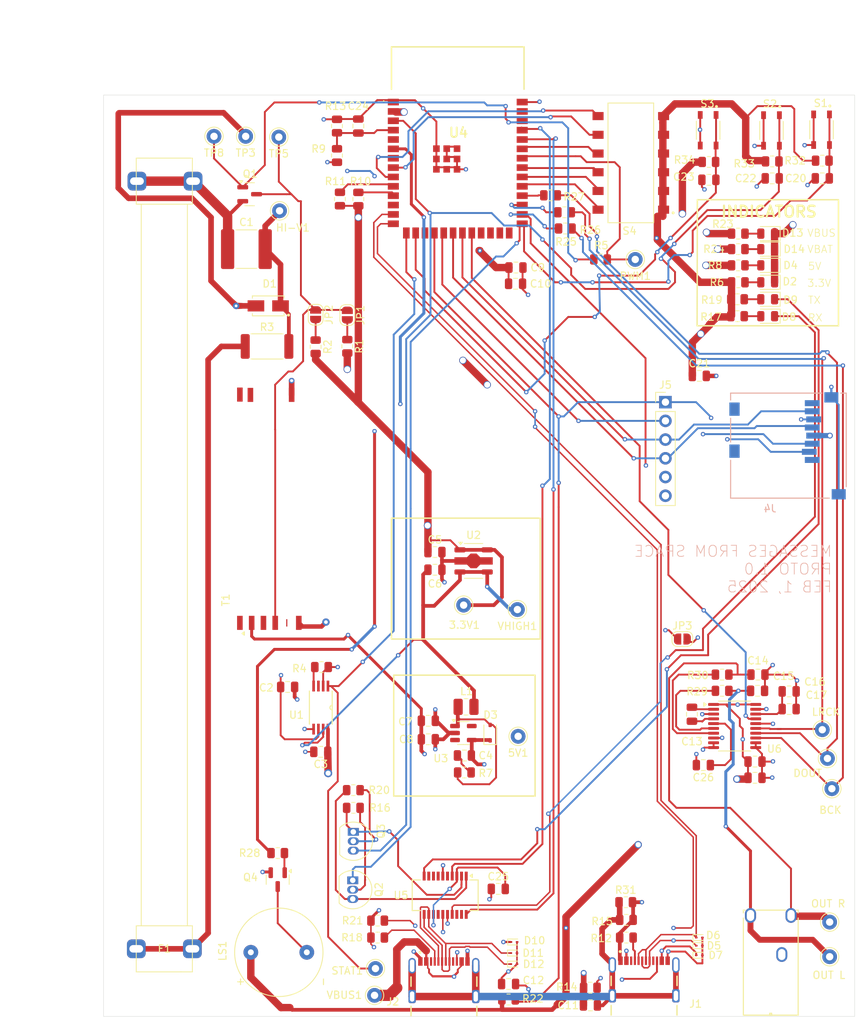
<source format=kicad_pcb>
(kicad_pcb (version 20240108) (generator "pcbnew") (generator_version "8.0")
  (layers (0 "F.Cu" signal) (1 "In1.Cu" signal) (2 "In2.Cu" signal) (31 "B.Cu" signal) (34 "B.Paste" user) (35 "F.Paste" user) (36 "B.SilkS" user "B.Silkscreen") (37 "F.SilkS" user "F.Silkscreen") (38 "B.Mask" user) (39 "F.Mask" user) (44 "Edge.Cuts" user))
  (net 0 "")
  (net 1 "GND")
  (net 2 "+5V")
  (net 3 "/MCU/SHELL_GND")
  (net 4 "+500V")
  (net 5 "Net-(D3-A)")
  (net 6 "/MCU/RX_LED")
  (net 7 "/MCU/TX_LED")
  (net 8 "/MCU/DP_P")
  (net 9 "/MCU/DP_N")
  (net 10 "Net-(Q1-G)")
  (net 11 "Net-(D4-A)")
  (net 13 "Net-(D1-K)")
  (net 15 "Net-(F1-Pad1)")
  (net 16 "Net-(JP1-A)")
  (net 17 "Net-(JP1-B)")
  (net 18 "Net-(JP2-B)")
  (net 19 "/PWM")
  (net 20 "/MOSI")
  (net 21 "/I2S_LRCK")
  (net 22 "/I2S_DOUT")
  (net 23 "/I2S_BCK")
  (net 24 "/MUTE")
  (net 25 "Net-(D13-A)")
  (net 26 "/Audio/OUTR")
  (net 27 "/MISO")
  (net 28 "/CS")
  (net 29 "/Audio/OUTL")
  (net 30 "Net-(Q2-G)")
  (net 31 "Net-(Q2-S)")
  (net 32 "Net-(Q3-G)")
  (net 35 "/EN")
  (net 36 "Net-(Q3-D)")
  (net 37 "Net-(U4-IO4{slash}ADC1_CH3)")
  (net 40 "/GPIO40")
  (net 44 "/GPIO38")
  (net 49 "/GPIO39")
  (net 50 "/GPIO15")
  (net 52 "/GPIO42")
  (net 53 "/GPIO16")
  (net 61 "VHIGH")
  (net 62 "/VSTAT")
  (net 63 "Net-(Q4-C)")
  (net 64 "Net-(Q4-B)")
  (net 65 "/BEEP")
  (net 66 "/SCK")
  (net 67 "Net-(C4-Pad2)")
  (net 68 "Net-(U6-CAPP)")
  (net 69 "Net-(U6-CAPM)")
  (net 70 "Net-(U6-LDOO)")
  (net 71 "Net-(J1-CC1)")
  (net 72 "Net-(J1-CC2)")
  (net 74 "Net-(J2-CC1)")
  (net 75 "Net-(J2-CC2)")
  (net 81 "Net-(U1-ILIM)")
  (net 82 "Net-(U6-OUTL)")
  (net 83 "Net-(U6-OUTR)")
  (net 84 "Net-(U6-VNEG)")
  (net 85 "Net-(D2-A)")
  (net 86 "Net-(U4-IO35)")
  (net 87 "/MCU/TX")
  (net 88 "/MCU/RX")
  (net 89 "Net-(U4-IO36)")
  (net 91 "Net-(D8-A)")
  (net 92 "Net-(D9-A)")
  (net 93 "+3.3V")
  (net 94 "/SDA")
  (net 95 "/SCL")
  (net 96 "/USB_D-")
  (net 97 "/USB_D+")
  (net 98 "/GPIO0")
  (net 99 "VBUS")
  (net 102 "+VBAT")
  (net 103 "/GPIO46")
  (net 104 "Net-(D14-A)")
  (net 108 "Net-(U5-3V3OUT)")
  (net 109 "Net-(U4-IO37)")
  (net 110 "AGND")
  (footprint "Resistor_SMD:R_0805_2012Metric" (layer "F.Cu") (at 66.8 139.5 180)
    (property "Reference" "R4")
    (property "Value" "715R")
  )
  (footprint "Resistor_SMD:R_0805_2012Metric" (layer "F.Cu") (at 121.2 142.725 180)
    (property "Reference" "R29")
    (property "Value" "470R")
  )
  (footprint "Capacitor_SMD:C_0805_2012Metric" (layer "F.Cu") (at 93.15 87.5)
    (property "Reference" "C10")
    (property "Value" "1uF")
  )
  (footprint "Transformer_SMD:Transformer_Coilcraft_FL2810-1L" (layer "F.Cu") (at 55.3125 101.605 -90)
    (property "Reference" "T1")
    (property "Value" "FL2810-1L")
  )
  (footprint "Resistor_SMD:R_0805_2012Metric" (layer "F.Cu") (at 99.9 80 180)
    (property "Reference" "R25")
    (property "Value" "33R")
  )
  (footprint "Resistor_SMD:R_0805_2012Metric" (layer "F.Cu") (at 134.8 70.8 180)
    (property "Reference" "R32")
    (property "Value" "10k")
  )
  (footprint "Diode_SMD:D_SOD-923" (layer "F.Cu") (at 118.1 177.3)
    (property "Reference" "D5")
    (property "Value" "ESD9B5.0ST5G")
  )
  (footprint "Connector_Pin:Pin_D1.0mm_L10.0mm" (layer "F.Cu") (at 86.1 131.1)
    (property "Reference" "3.3V1")
    (property "Value" "TestPoint")
  )
  (footprint "Package_SO:SSOP-20_3.9x8.7mm_P0.635mm" (layer "F.Cu") (at 83.59 170.4575 -90)
    (property "Reference" "U5")
    (property "Value" "FT231XS")
  )
  (footprint "Package_TO_SOT_SMD:SOT-23" (layer "F.Cu") (at 57.0375 75.35)
    (property "Reference" "Q1")
    (property "Value" "AO3400A")
  )
  (footprint "Resistor_SMD:R_0805_2012Metric" (layer "F.Cu") (at 103.3 183 180)
    (property "Reference" "R14")
    (property "Value" "5.1k")
  )
  (footprint "Package_TO_SOT_THT:TO-92_Inline" (layer "F.Cu") (at 71.04 168.43 -90)
    (property "Reference" "Q2")
    (property "Value" "2N7002-TP")
  )
  (footprint "Connector_Pin:Pin_D1.0mm_L10.0mm" (layer "F.Cu") (at 61 67.6)
    (property "Reference" "TP5")
    (property "Value" "TestPoint")
  )
  (footprint "Resistor_SMD:R_0805_2012Metric" (layer "F.Cu") (at 123.2875 91.9)
    (property "Reference" "R17")
    (property "Value" "22R")
  )
  (footprint "Connector_Pin:Pin_D1.0mm_L10.0mm" (layer "F.Cu") (at 56.5 67.5)
    (property "Reference" "TP3")
    (property "Value" "TestPoint")
  )
  (footprint "Connector_Pin:Pin_D1.0mm_L10.0mm" (layer "F.Cu") (at 93.5 148.9)
    (property "Reference" "5V1")
    (property "Value" "TestPoint")
  )
  (footprint "Resistor_SMD:R_0805_2012Metric" (layer "F.Cu") (at 121.2 140.525 180)
    (property "Reference" "R30")
    (property "Value" "470R")
  )
  (footprint "Resistor_SMD:R_0805_2012Metric" (layer "F.Cu") (at 128 70.9 180)
    (property "Reference" "R33")
    (property "Value" "10k")
  )
  (footprint "Resistor_SMD:R_0805_2012Metric" (layer "F.Cu") (at 74.4225 173.9 180)
    (property "Reference" "R21")
    (property "Value" "5.1k")
  )
  (footprint "Fuse:Fuseholder_Clip-7.62mm_Littelfuse" (layer "F.Cu") (at 44.8175 181.3625 90)
    (property "Reference" "F1")
    (property "Value" "Clip")
  )
  (footprint "Resistor_SMD:R_0805_2012Metric" (layer "F.Cu") (at 99.8 77.8 180)
    (property "Reference" "R26")
    (property "Value" "33R")
  )
  (footprint "Resistor_SMD:R_0805_2012Metric" (layer "F.Cu") (at 74.4225 176.2 180)
    (property "Reference" "R18")
    (property "Value" "5.1k")
  )
  (footprint "Capacitor_SMD:C_0805_2012Metric" (layer "F.Cu") (at 126.0625 140.525)
    (property "Reference" "C14")
    (property "Value" "2.2nF")
  )
  (footprint "Capacitor_SMD:C_0805_2012Metric" (layer "F.Cu") (at 81.3 146.79)
    (property "Reference" "C7")
    (property "Value" "10uF")
  )
  (footprint "Capacitor_SMD:C_0805_2012Metric" (layer "F.Cu") (at 125.6625 154.525)
    (property "Reference" "C19" (hide yes))
    (property "Value" "0.1uF")
  )
  (footprint "Jumper:SolderJumper-2_P1.3mm_Open_RoundedPad1.0x1.5mm" (layer "F.Cu") (at 66 91.7 -90)
    (property "Reference" "JP2")
    (property "Value" "SolderJumper_2_Open")
  )
  (footprint "Capacitor_SMD:C_0805_2012Metric" (layer "F.Cu") (at 82.2 126.3)
    (property "Reference" "C6")
    (property "Value" "1uF")
  )
  (footprint "Resistor_SMD:R_0805_2012Metric" (layer "F.Cu") (at 119.4 70.9715 180)
    (property "Reference" "R34")
    (property "Value" "10k")
  )
  (footprint "Capacitor_SMD:C_0805_2012Metric" (layer "F.Cu") (at 82.2 123.9)
    (property "Reference" "C5")
    (property "Value" "1uF")
  )
  (footprint "Capacitor_SMD:C_2220_5750Metric" (layer "F.Cu") (at 56.6 82.8)
    (property "Reference" "C1")
    (property "Value" "1uF/ 500V")
  )
  (footprint "Connector_Pin:Pin_D1.0mm_L10.0mm" (layer "F.Cu") (at 61.1 77.6)
    (property "Reference" "HI-V1")
    (property "Value" "TestPoint")
  )
  (footprint "Resistor_SMD:R_0805_2012Metric" (layer "F.Cu") (at 123.3875 87.3 180)
    (property "Reference" "R6")
    (property "Value" "4.7k")
  )
  (footprint "SKRPABE010:SW_SKRPABE010" (layer "F.Cu") (at 127.9 66.7 -90)
    (property "Reference" "S2")
    (property "Value" "SKRPABE010")
  )
  (footprint "Capacitor_SMD:C_0805_2012Metric" (layer "F.Cu") (at 128 73.2)
    (property "Reference" "C22")
    (property "Value" "0.1uF")
  )
  (footprint "Package_TO_SOT_SMD:SOT-89-5" (layer "F.Cu") (at 87.45 125.1)
    (property "Reference" "U2")
    (property "Value" "RP115X")
  )
  (footprint "Capacitor_SMD:C_0805_2012Metric" (layer "F.Cu") (at 125.6625 152.325)
    (property "Reference" "C18" (hide yes))
    (property "Value" "10uF")
  )
  (footprint "Diode_SMD:D_SOD-923" (layer "F.Cu") (at 92.9225 179.8)
    (property "Reference" "D12")
    (property "Value" "ESD9B5.0ST5G")
  )
  (footprint "Resistor_SMD:R_0805_2012Metric" (layer "F.Cu") (at 60.85 164.7375 180)
    (property "Reference" "R28")
    (property "Value" "4.7k")
  )
  (footprint "Resistor_SMD:R_0805_2012Metric" (layer "F.Cu") (at 69.3 76 -90)
    (property "Reference" "R11")
    (property "Value" "10k")
  )
  (footprint "Resistor_SMD:R_0805_2012Metric" (layer "F.Cu") (at 108.2 173.8)
    (property "Reference" "R15")
    (property "Value" "1M")
  )
  (footprint "Inductor_SMD:L_1008_2520Metric" (layer "F.Cu") (at 86.425 144.9 180)
    (property "Reference" "L1")
    (property "Value" "2.2uH")
  )
  (footprint "STX_3000:STX-3000_KYC" (layer "F.Cu") (at 129.300124 178.5 180)
    (property "Reference" "J3" (hide yes))
    (property "Value" "AUDIO JACK")
  )
  (footprint "Capacitor_SMD:C_0805_2012Metric" (layer "F.Cu") (at 62.2 142.2)
    (property "Reference" "C2")
    (property "Value" "0.1uF")
  )
  (footprint "Diode_SMD:D_SOD-923" (layer "F.Cu") (at 118.1 178.6)
    (property "Reference" "D7")
    (property "Value" "ESD9B5.0ST5G")
  )
  (footprint "Resistor_SMD:R_0805_2012Metric" (layer "F.Cu") (at 123.3875 80.7 180)
    (property "Reference" "R23")
    (property "Value" "4.7k")
  )
  (footprint "Capacitor_SMD:C_0805_2012Metric" (layer "F.Cu") (at 90.8 169.6)
    (property "Reference" "C25")
    (property "Value" "0.01uF")
  )
  (footprint "Capacitor_SMD:C_0805_2012Metric" (layer "F.Cu") (at 93.2 85.3)
    (property "Reference" "C9")
    (property "Value" "10uF")
  )
  (footprint "Resistor_SMD:R_0805_2012Metric" (layer "F.Cu") (at 123.2875 89.6)
    (property "Reference" "R19")
    (property "Value" "22R")
  )
  (footprint "Resistor_SMD:R_0805_2012Metric" (layer "F.Cu") (at 86.2 153.8 180)
    (property "Reference" "R7")
    (property "Value" "5R")
  )
  (footprint "Resistor_SMD:R_0805_2012Metric" (layer "F.Cu") (at 97.9 75.5 180)
    (property "Reference" "R27")
    (property "Value" "33R")
  )
  (footprint "Capacitor_SMD:C_0805_2012Metric" (layer "F.Cu") (at 118.65 152.8 180)
    (property "Reference" "C26")
    (property "Value" "2.2uF")
  )
  (footprint "Capacitor_SMD:C_0805_2012Metric" (layer "F.Cu") (at 66.7 151 180)
    (property "Reference" "C3")
    (property "Value" "0.1uF")
  )
  (footprint "Connector_Pin:Pin_D1.0mm_L10.0mm" (layer "F.Cu") (at 52.2 67.5)
    (property "Reference" "TP8")
    (property "Value" "TestPoint")
  )
  (footprint "Package_SO:TSSOP-20_4.4x6.5mm_P0.65mm" (layer "F.Cu") (at 122.9 147.5)
    (property "Reference" "U6")
    (property "Value" "PCM5102")
  )
  (footprint "LED_SMD:LED_0805_2012Metric" (layer "F.Cu") (at 127.3875 87.3 180)
    (property "Reference" "D2")
    (property "Value" "YELLOW")
  )
  (footprint "Resistor_SMD:R_0805_2012Metric" (layer "F.Cu") (at 92.2 184.6)
    (property "Reference" "R22")
    (property "Value" "10k")
  )
  (footprint "Resistor_SMD:R_0805_2012Metric" (layer "F.Cu") (at 68.9 66.1 -90)
    (property "Reference" "R13")
    (property "Value" "10k")
  )
  (footprint "Connector_Pin:Pin_D1.0mm_L10.0mm" (layer "F.Cu") (at 134.8 148)
    (property "Reference" "LRCK")
    (property "Value" "TestPoint")
  )
  (footprint "Diode_SMD:D_SOD-923" (layer "F.Cu") (at 118.1 176.2)
    (property "Reference" "D6")
    (property "Value" "ESD9B5.0ST5G")
  )
  (footprint "Capacitor_SMD:C_0805_2012Metric" (layer "F.Cu") (at 117.1 145.9 -90)
    (property "Reference" "C13")
    (property "Value" "2.2uF")
  )
  (footprint "Connector_Pin:Pin_D1.0mm_L10.0mm" (layer "F.Cu") (at 135.5 151.9)
    (property "Reference" "DOUT1" (hide yes))
    (property "Value" "TestPoint")
  )
  (footprint "Resistor_SMD:R_0805_2012Metric" (layer "F.Cu") (at 108.2 176.2 180)
    (property "Reference" "R12")
    (property "Value" "5.1k")
  )
  (footprint "USB4105-GF-A:GCT_USB4105-GF-A" (layer "F.Cu") (at 83.4225 184.2)
    (property "Reference" "J2")
    (property "Value" "USB4105-GF-A")
  )
  (footprint "ES1H:DIOM4226X244N" (layer "F.Cu") (at 59.5625 90.5 180)
    (property "Reference" "D1")
    (property "Value" "ES1H")
  )
  (footprint "Jumper:SolderJumper-2_P1.3mm_Open_RoundedPad1.0x1.5mm" (layer "F.Cu") (at 115.8 135.7)
    (property "Reference" "JP3")
    (property "Value" "SolderJumper_2_Open")
  )
  (footprint "Connector_Pin:Pin_D1.0mm_L10.0mm" (layer "F.Cu") (at 135.8 174.1)
    (property "Reference" "OUT R")
    (property "Value" "TestPoint")
  )
  (footprint "Resistor_SMD:R_0805_2012Metric" (layer "F.Cu") (at 104.6875 84.2)
    (property "Reference" "R5")
    (property "Value" "1K")
  )
  (footprint "Resistor_SMD:R_0805_2012Metric" (layer "F.Cu") (at 71.125 156.2 180)
    (property "Reference" "R20")
    (property "Value" "10k")
  )
  (footprint "Resistor_SMD:R_2512_6332Metric" (layer "F.Cu") (at 59.4 96)
    (property "Reference" "R3")
    (property "Value" "560k, 1M")
  )
  (footprint "Capacitor_SMD:C_0805_2012Metric" (layer "F.Cu") (at 126.0125 142.725)
    (property "Reference" "C15")
    (property "Value" "2.2nF")
  )
  (footprint "Capacitor_SMD:C_0805_2012Metric" (layer "F.Cu") (at 118.1 100)
    (property "Reference" "C21")
    (property "Value" "0.1uF")
  )
  (footprint "SKRPABE010:SW_SKRPABE010" (layer "F.Cu") (at 119.3 66.6715 -90)
    (property "Reference" "S3")
    (property "Value" "SKRPABE010")
  )
  (footprint "Capacitor_SMD:C_0805_2012Metric" (layer "F.Cu") (at 130.3 145.2)
    (property "Reference" "C17")
    (property "Value" "0.1uF")
  )
  (footprint "Resistor_SMD:R_0805_2012Metric" (layer "F.Cu") (at 123.3875 82.8 180)
    (property "Reference" "R24")
    (property "Value" "4.7k")
  )
  (footprint "Package_TO_SOT_SMD:SOT-23-5" (layer "F.Cu") (at 86.0625 148.45)
    (property "Reference" "U3")
    (property "Value" "TPS613222ADBV")
  )
  (footprint "Capacitor_SMD:C_0805_2012Metric" (layer "F.Cu") (at 119.4 73.4)
    (property "Reference" "C23")
    (property "Value" "0.1uF")
  )
  (footprint "Resistor_SMD:R_0805_2012Metric" (layer "F.Cu") (at 71.8 76.0125 -90)
    (property "Reference" "R10")
    (property "Value" "10k")
  )
  (footprint "LED_SMD:LED_0805_2012Metric" (layer "F.Cu") (at 127.3875 85 180)
    (property "Reference" "D4")
    (property "Value" "GREEN")
  )
  (footprint "Jumper:SolderJumper-2_P1.3mm_Open_RoundedPad1.0x1.5mm" (layer "F.Cu") (at 70.3 91.75 -90)
    (property "Reference" "JP1")
    (property "Value" "SolderJumper_2_Open")
  )
  (footprint "Capacitor_SMD:C_0805_2012Metric" (layer "F.Cu") (at 81.3 149.3)
    (property "Reference" "C8")
    (property "Value" "10uF")
  )
  (footprint "SKRPABE010:SW_SKRPABE010" (layer "F.Cu") (at 134.7 66.6 -90)
    (property "Reference" "S1")
    (property "Value" "SKRPABE010")
  )
  (footprint "LED_SMD:LED_0805_2012Metric" (layer "F.Cu") (at 127.3875 82.8 180)
    (property "Reference" "D14")
    (property "Value" "YELLOW")
  )
  (footprint "Connector_Pin:Pin_D1.0mm_L10.0mm" (layer "F.Cu") (at 93.4 131.7)
    (property "Reference" "VHIGH1")
    (property "Value" "TestPoint")
  )
  (footprint "LED_SMD:LED_0805_2012Metric" (layer "F.Cu") (at 127.3875 89.6 180)
    (property "Reference" "D9")
    (property "Value" "BLUE")
  )
  (footprint "USB4105-GF-A:GCT_USB4105-GF-A" (layer "F.Cu") (at 110.6 184.1)
    (property "Reference" "J1")
    (property "Value" "USB4105-GF-A")
  )
  (footprint "Connector_Pin:Pin_D1.0mm_L10.0mm" (layer "F.Cu") (at 109.4 84.2)
    (property "Reference" "PWM1")
    (property "Value" "TestPoint")
  )
  (footprint "Package_TO_SOT_THT:TO-92_Inline" (layer "F.Cu") (at 71.115 161.86 -90)
    (property "Reference" "Q3")
    (property "Value" "2N7002-TP")
  )
  (footprint "TPS2115APWR:PW8" (layer "F.Cu") (at 66.7 145 -90)
    (property "Reference" "U1")
    (property "Value" "TPS2115APWR")
  )
  (footprint "DIP switch:DIP SWITCH SW_DS04-254-2-06BK-SMT" (layer "F.Cu") (at 108.8 71.1 180)
    (property "Reference" "S4")
    (property "Value" "DS04-254-2-06BK-SMT")
  )
  (footprint "Capacitor_SMD:C_0805_2012Metric" (layer "F.Cu") (at 130.3 142.8)
    (property "Reference" "C16")
    (property "Value" "10uF")
  )
  (footprint "Resistor_SMD:R_0805_2012Metric" (layer "F.Cu") (at 108.1125 171.4)
    (property "Reference" "R31")
    (property "Value" "1M")
  )
  (footprint "Resistor_SMD:R_0805_2012Metric" (layer "F.Cu") (at 68.9 70.1 -90)
    (property "Reference" "R9")
    (property "Value" "2.7k")
  )
  (footprint "Capacitor_SMD:C_0805_2012Metric" (layer "F.Cu") (at 71.8 66.1 90)
    (property "Reference" "C24")
    (property "Value" "0.1uF")
  )
  (footprint "LED_SMD:LED_0805_2012Metric" (layer "F.Cu") (at 127.3875 80.7 180)
    (property "Reference" "D13")
    (property "Value" "BLUE")
  )
  (footprint "Connector_Pin:Pin_D1.0mm_L10.0mm" (layer "F.Cu") (at 135.8 178.8)
    (property "Reference" "OUT L")
    (property "Value" "TestPoint")
  )
  (footprint "Package_TO_SOT_SMD:SOT-23" (layer "F.Cu") (at 60.85 168.3375 -90)
    (property "Reference" "Q4")
    (property "Value" "BC846")
  )
  (footprint "Connector_PinHeader_2.54mm:PinHeader_1x06_P2.54mm_Vertical" (layer "F.Cu") (at 113.5 103.56)
    (property "Reference" "J5")
    (property "Value" "1x6 header")
  )
  (footprint "Resistor_SMD:R_0805_2012Metric" (layer "F.Cu") (at 66 96.05 -90)
    (property "Reference" "R2")
    (property "Value" "220R")
  )
  (footprint "Resistor_SMD:R_0805_2012Metric" (layer "F.Cu") (at 123.3875 85 180)
    (property "Reference" "R8")
    (property "Value" "4.7k")
  )
  (footprint "LED_SMD:LED_0805_2012Metric" (layer "F.Cu") (at 127.3875 91.9 180)
    (property "Reference" "D8")
    (property "Value" "GREEN")
  )
  (footprint "KiCad:ESP32S3WROOM1N8R2" (layer "F.Cu") (at 85.3 68.11)
    (property "Reference" "U4")
    (property "Value" "ESP32-S3-WROOM-1-N8" (hide yes))
  )
  (footprint "Connector_Pin:Pin_D1.0mm_L10.0mm" (layer "F.Cu") (at 74 184.0375)
    (property "Reference" "VBUS1")
    (property "Value" "TestPoint")
  )
  (footprint "Diode_SMD:D_SOD-923" (layer "F.Cu") (at 92.9225 178.3)
    (property "Reference" "D11")
    (property "Value" "ESD9B5.0ST5G")
  )
  (footprint "Connector_Pin:Pin_D1.0mm_L10.0mm" (layer "F.Cu") (at 74.1225 180.4)
    (property "Reference" "STAT1")
    (property "Value" "TestPoint")
  )
  (footprint "Resistor_SMD:R_0805_2012Metric" (layer "F.Cu") (at 70.3 95.9875 -90)
    (property "Reference" "R1")
    (property "Value" "220R")
  )
  (footprint "CMI_1295IC_0385T:CUI_CMI-1295IC-0385T" (layer "F.Cu") (at 61 178.2 90)
    (property "Reference" "LS1")
    (property "Value" "CMI-1295IC-0385T")
  )
  (footprint "Resistor_SMD:R_0805_2012Metric" (layer "F.Cu") (at 71.125 158.6 180)
    (property "Reference" "R16")
    (property "Value" "10k")
  )
  (footprint "Capacitor_SMD:C_0805_2012Metric" (layer "F.Cu") (at 134.8 73.2)
    (property "Reference" "C20")
    (property "Value" "0.1uF")
  )
  (footprint "Capacitor_SMD:C_0805_2012Metric" (layer "F.Cu") (at 92.2 182.5)
    (property "Reference" "C12")
    (property "Value" "0.01uF")
  )
  (footprint "Diode_SMD:D_SOD-923" (layer "F.Cu") (at 92.9375 176.8)
    (property "Reference" "D10")
    (property "Value" "ESD9B5.0ST5G")
  )
  (footprint "Connector_Pin:Pin_D1.0mm_L10.0mm" (layer "F.Cu") (at 136.1 156)
    (property "Reference" "BCK")
    (property "Value" "TestPoint")
  )
  (footprint "Capacitor_SMD:C_0805_2012Metric" (layer "F.Cu") (at 86.2 151.5 180)
    (property "Reference" "C4")
    (property "Value" "120pF")
  )
  (footprint "Capacitor_SMD:C_0805_2012Metric" (layer "F.Cu") (at 103.3125 185.4)
    (property "Reference" "C11")
    (property "Value" "0.01uF")
  )
  (footprint "Diode_SMD:D_SOD-323" (layer "F.Cu") (at 89.7 148.4 90)
    (property "Reference" "D3")
    (property "Value" "D_Schottky")
  )
  (footprint "MEM2061 SD CARD CONNECTOR:MEM2061-01-188-00-A_GCT" (layer "B.Cu") (at 130.2 109.459999 -90)
    (property "Reference" "J4")
    (property "Value" "MEM2061-01-188-00-A")
  )
  (gr_poly (pts (xy 95.8 140.6) (xy 95.8 157) (xy 76.6 157) (xy 76.6 140.6)) (stroke (width 0.2)) (fill none) (layer "F.SilkS"))
  (gr_poly (pts (xy 96.5 119.3) (xy 96.5 135.7) (xy 76.3 135.7) (xy 76.3 119.3)) (stroke (width 0.2)) (fill none) (layer "F.SilkS"))
  (gr_poly (pts (xy 137 76.1) (xy 137 93.2) (xy 117.8 93.2) (xy 117.8375 76.1)) (stroke (width 0.2)) (fill none) (layer "F.SilkS"))
  (gr_rect (start 37.2 61.9) (end 139.2 186.9) (stroke (width 0.05)) (fill none) (layer "Edge.Cuts"))
  (gr_text "MESSAGES FROM SPACE\nPROTO 1.0\nFEB 1, 2025" (at 136.2 129.5 0) (layer "B.SilkS") (effects (font (size 1.5 1.5) (thickness 0.1)) (justify left bottom mirror)))
  (gr_text "VBAT" (at 132.7 83.4 0) (layer "F.SilkS") (effects (font (size 1 1) (thickness 0.1)) (justify left bottom)))
  (gr_text "VBUS" (at 132.7 81.2 0) (layer "F.SilkS") (effects (font (size 1 1) (thickness 0.1)) (justify left bottom)))
  (gr_text "INDICATORS" (at 120.9 78.6 0) (layer "F.SilkS") (effects (font (size 1.5 1.5) (thickness 0.3) (bold yes)) (justify left bottom)))
  (gr_text "5V" (at 132.8 85.7 0) (layer "F.SilkS") (effects (font (size 1 1) (thickness 0.1)) (justify left bottom)))
  (gr_text "RX" (at 132.8 92.7 0) (layer "F.SilkS") (effects (font (size 1 1) (thickness 0.1)) (justify left bottom)))
  (gr_text "TX" (at 132.8 90.3 0) (layer "F.SilkS") (effects (font (size 1 1) (thickness 0.1)) (justify left bottom)))
  (gr_text "DOUT" (at 132.8 153.9 0) (layer "F.SilkS") (effects (font (size 1 1))))
  (gr_text "3.3V" (at 132.7 88 0) (layer "F.SilkS") (effects (font (size 1 1) (thickness 0.1)) (justify left bottom)))
  (segment (start 133.7 73.2) (end 132.8 74.1) (width 0.254) (layer "F.Cu") (net 1))
  (segment (start 120.4 100) (end 119.05 100) (width 0.6) (layer "F.Cu") (net 1))
  (segment (start 73.51 173.9) (end 73.51 173.59) (width 0.2) (layer "F.Cu") (net 1))
  (segment (start 118.8 74.7) (end 118.9 74.7) (width 0.254) (layer "F.Cu") (net 1))
  (segment (start 67.7125 139.5) (end 69 139.5) (width 0.254) (layer "F.Cu") (net 1))
  (segment (start 85.2 71.7) (end 85.2 70.3) (width 0.254) (layer "F.Cu") (net 1))
  (segment (start 85.2125 148.45) (end 85.1625 148.4) (width 0.508) (layer "F.Cu") (net 1))
  (segment (start 102.4 182.9875) (end 102.4 181) (width 0.762) (layer "F.Cu") (net 1))
  (segment (start 67.025001 142.079) (end 67.025001 140.187499) (width 0.254) (layer "F.Cu") (net 1))
  (segment (start 125.625 68.775) (end 125.6 68.8) (width 0.254) (layer "F.Cu") (net 1))
  (segment (start 126.825 68.775) (end 125.625 68.775) (width 0.254) (layer "F.Cu") (net 1))
  (segment (start 125.8 74.3) (end 125.9 74.2) (width 0.254) (layer "F.Cu") (net 1))
  (segment (start 113.95 134.5) (end 113.5 134.5) (width 0.254) (layer "F.Cu") (net 1))
  (segment (start 71.8 65.15) (end 74.37 62.58) (width 0.254) (layer "F.Cu") (net 1))
  (segment (start 115 135.55) (end 113.95 134.5) (width 0.254) (layer "F.Cu") (net 1))
  (segment (start 117.8 179.7) (end 116.2 178.1) (width 0.254) (layer "F.Cu") (net 1))
  (segment (start 67.025001 140.187499) (end 67.7125 139.5) (width 0.254) (layer "F.Cu") (net 1))
  (segment (start 118.225 64.5965) (end 118.225 66.575) (width 0.254) (layer "F.Cu") (net 1))
  (segment (start 107.3 176.2125) (end 107.2875 176.2) (width 0.508) (layer "F.Cu") (net 1))
  (segment (start 83.15 125) (end 83.15 126.3) (width 0.5) (layer "F.Cu") (net 1))
  (segment (start 128.325 80.7) (end 128.325 87.3) (width 1) (layer "F.Cu") (net 1))
  (segment (start 86.6225 179.445) (end 86.6225 178) (width 0.508) (layer "F.Cu") (net 1))
  (segment (start 59.8 167.3) (end 58.8 167.3) (width 0.4) (layer "F.Cu") (net 1))
  (segment (start 68.9 65.1875) (end 67.1125 65.1875) (width 0.254) (layer "F.Cu") (net 1))
  (segment (start 68.9375 65.15) (end 68.9 65.1875) (width 0.254) (layer "F.Cu") (net 1))
  (segment (start 79.5 62.6) (end 80.6 63.7) (width 0.254) (layer "F.Cu") (net 1))
  (segment (start 109.1125 173.8) (end 109.1125 171.4875) (width 0.508) (layer "F.Cu") (net 1))
  (segment (start 54.15 78.25) (end 54.05 78.35) (width 0.254) (layer "F.Cu") (net 1))
  (segment (start 83.8 68.9) (end 85.2 68.9) (width 0.254) (layer "F.Cu") (net 1))
  (segment (start 91.25 182.5) (end 91.25 181.67) (width 0.254) (layer "F.Cu") (net 1))
  (segment (start 118.45 74.35) (end 118.8 74.7) (width 0.254) (layer "F.Cu") (net 1))
  (segment (start 92.1775 180.8) (end 92.3425 180.8) (width 0.254) (layer "F.Cu") (net 1))
  (segment (start 94.1 85.35) (end 94.15 85.3) (width 0.254) (layer "F.Cu") (net 1))
  (segment (start 125.9 74.3) (end 125.8 74.3) (width 0.254) (layer "F.Cu") (net 1))
  (segment (start 71.8 65.15) (end 68.9375 65.15) (width 0.254) (layer "F.Cu") (net 1))
  (segment (start 49.3575 73.5775) (end 41.7375 73.5775) (width 1.27) (layer "F.Cu") (net 1))
  (segment (start 102.4 182.9875) (end 102.3625 183.025) (width 0.254) (layer "F.Cu") (net 1))
  (segment (start 62.7425 102.575) (end 62.7425 100.6425) (width 0.762) (layer "F.Cu") (net 1))
  (segment (start 113.8 178.2) (end 113.9 178.1) (width 0.254) (layer "F.Cu") (net 1))
  (segment (start 93.93 62.7) (end 94.05 62.58) (width 0.254) (layer "F.Cu") (net 1))
  (segment (start 107.2875 176.2) (end 107.2875 175.625) (width 0.508) (layer "F.Cu") (net 1))
  (segment (start 84.9725 148.59) (end 85.1625 148.4) (width 0.2) (layer "F.Cu") (net 1))
  (segment (start 129.6 80.7) (end 128.325 80.7) (width 1) (layer "F.Cu") (net 1))
  (segment (start 83.15 123.9) (end 83.15 125) (width 0.5) (layer "F.Cu") (net 1))
  (segment (start 94.1 87.5) (end 94.1 88.25) (width 0.254) (layer "F.Cu") (net 1))
  (segment (start 107.3 179.245) (end 107.3 176.2125) (width 0.508) (layer "F.Cu") (net 1))
  (segment (start 132.525 68.675) (end 132.5 68.7) (width 0.254) (layer "F.Cu") (net 1))
  (segment (start 56.1 76.3) (end 54.15 78.25) (width 0.508) (layer "F.Cu") (net 1))
  (segment (start 80.2225 179) (end 80.2225 179.445) (width 0.4) (layer "F.Cu") (net 1))
  (segment (start 89.6 171) (end 89.7 170.9) (width 0.254) (layer "F.Cu") (net 1))
  (segment (start 76.57 62.6) (end 79.5 62.6) (width 0.254) (layer "F.Cu") (net 1))
  (segment (start 74.37 62.58) (end 76.55 62.58) (width 0.254) (layer "F.Cu") (net 1))
  (segment (start 87.45 125.1) (end 83.25 125.1) (width 0.5) (layer "F.Cu") (net 1))
  (segment (start 93.3425 179.8) (end 93.3425 178.3) (width 0.2) (layer "F.Cu") (net 1))
  (segment (start 93.3425 178.3) (end 93.3425 176.815) (width 0.2) (layer "F.Cu") (net 1))
  (segment (start 86.4 71.97) (end 85.2 71.97) (width 0.254) (layer "F.Cu") (net 1))
  (segment (start 83.15 127.65) (end 83.5 128) (width 0.5) (layer "F.Cu") (net 1))
  (segment (start 113.8 179.345) (end 113.8 178.2) (width 0.254) (layer "F.Cu") (net 1))
  (segment (start 116.2 178.1) (end 113.9 178.1) (width 0.254) (layer "F.Cu") (net 1))
  (segment (start 89.85 169.6) (end 89.85 170.75) (width 0.254) (layer "F.Cu") (net 1))
  (segment (start 85.3 148.45) (end 85.2125 148.45) (width 0.508) (layer "F.Cu") (net 1))
  (segment (start 118.52 176.2) (end 118.52 177.3) (width 0.254) (layer "F.Cu") (net 1))
  (segment (start 109.1125 171.4875) (end 109.025 171.4) (width 0.508) (layer "F.Cu") (net 1))
  (segment (start 74.6 172.5) (end 74.5 172.6) (width 0.4) (layer "F.Cu") (net 1))
  (segment (start 49.3575 73.5775) (end 54.03 78.25) (width 1.27) (layer "F.Cu") (net 1))
  (segment (start 132.4 68.7) (end 132.4 68.8) (width 0.254) (layer "F.Cu") (net 1))
  (segment (start 83.25 125.1) (end 83.15 125) (width 0.254) (layer "F.Cu") (net 1))
  (segment (start 118.52 178.6) (end 118.52 179.7) (width 0.254) (layer "F.Cu") (net 1))
  (segment (start 89.85 170.75) (end 89.6 171) (width 0.254) (layer "F.Cu") (net 1))
  (segment (start 96.4 62.8) (end 96.35 62.85) (width 0.254) (layer "F.Cu") (net 1))
  (segment (start 83.8 70.3) (end 83.8 68.9) (width 0.254) (layer "F.Cu") (net 1))
  (segment (start 79.3225 178.1) (end 80.2225 179) (width 0.4) (layer "F.Cu") (net 1))
  (segment (start 80.6 63.7) (end 82.4 65.5) (width 0.254) (layer "F.Cu") (net 1))
  (segment (start 73.51 173.9) (end 73.51 176.2) (width 0.2) (layer "F.Cu") (net 1))
  (segment (start 118.45 73.4) (end 118.45 74.35) (width 0.254) (layer "F.Cu") (net 1))
  (segment (start 63.15 143.55) (end 63.15 142.2) (width 0.508) (layer "F.Cu") (net 1))
  (segment (start 132.4 68.8) (end 132.5 68.7) (width 0.254) (layer "F.Cu") (net 1))
  (segment (start 118.225 66.575) (end 118.2 66.6) (width 0.254) (layer "F.Cu") (net 1))
  (segment (start 118.8 74.6) (end 118.8 74.7) (width 0.254) (layer "F.Cu") (net 1))
  (segment (start 64.5 147.9) (end 64.521 147.921) (width 0.254) (layer "F.Cu") (net 1))
  (segment (start 85.2 70.3) (end 83.8 70.3) (width 0.254) (layer "F.Cu") (net 1))
  (segment (start 84.06 148.59) (end 84.9725 148.59) (width 0.2) (layer "F.Cu") (net 1))
  (segment (start 82.25 150.65) (end 82.25 149.3) (width 0.508) (layer "F.Cu") (net 1))
  (segment (start 133.85 73.2) (end 133.7 73.2) (width 0.254) (layer "F.Cu") (net 1))
  (segment (start 73.51 173.59) (end 74.6 172.5) (width 0.4) (layer "F.Cu") (net 1))
  (segment (start 132.8 74.1) (end 132.9 74) (width 0.254) (layer "F.Cu") (net 1))
  (segment (start 73.51 177.0875) (end 73.9225 177.5) (width 0.2) (layer "F.Cu") (net 1))
  (segment (start 94.1 87.5) (end 94.1 85.35) (width 0.254) (layer "F.Cu") (net 1))
  (segment (start 82.4 71.7) (end 85.2 71.7) (width 0.254) (layer "F.Cu") (net 1))
  (segment (start 54.05 78.35) (end 54.05 82.8) (width 1.27) (layer "F.Cu") (net 1))
  (segment (start 133.625 64.525) (end 133.625 68.675) (width 0.254) (layer "F.Cu") (net 1))
  (segment (start 126.9 73.2) (end 125.9 74.2) (width 0.254) (layer "F.Cu") (net 1))
  (segment (start 118.225 66.625) (end 118.225 68.7465) (width 0.254) (layer "F.Cu") (net 1))
  (segment (start 85.1625 148.4) (end 84.01 148.4) (width 0.508) (layer "F.Cu") (net 1))
  (segment (start 133.625 68.675) (end 132.525 68.675) (width 0.254) (layer "F.Cu") (net 1))
  (segment (start 102.3625 183.025) (end 102.3875 183) (width 0.254) (layer "F.Cu") (net 1))
  (segment (start 94.05 62.85) (end 96.35 62.85) (width 0.254) (layer "F.Cu") (net 1))
  (segment (start 84.01 148.4) (end 82.4 146.79) (width 0.508) (layer "F.Cu") (net 1))
  (segment (start 54.03 78.25) (end 54.15 78.25) (width 0.254) (layer "F.Cu") (net 1))
  (segment (start 132.5 68.7) (end 132.4 68.7) (width 0.254) (layer "F.Cu") (net 1))
  (segment (start 91.25 181.67) (end 92.12 180.8) (width 0.254) (layer "F.Cu") (net 1))
  (segment (start 93.3425 176.815) (end 93.3575 176.8) (width 0.2) (layer "F.Cu") (net 1))
  (segment (start 126.825 64.625) (end 126.825 68.775) (width 0.254) (layer "F.Cu") (net 1))
  (segment (start 115 136.1) (end 115 135.55) (width 0.254) (layer "F.Cu") (net 1))
  (segment (start 83.2725 167.8575) (end 83.2725 166.4275) (width 0.254) (layer "F.Cu") (net 1))
  (segment (start 130.8 79.5) (end 129.6 80.7) (width 1) (layer "F.Cu") (net 1))
  (segment (start 127.05 73.2) (end 126.9 73.2) (width 0.254) (layer "F.Cu") (net 1))
  (segment (start 92.12 180.8) (end 92.1775 180.8) (width 0.254) (layer "F.Cu") (net 1))
  (segment (start 82.25 149.3) (end 83.35 149.3) (width 0.508) (layer "F.Cu") (net 1))
  (segment (start 65.75 151) (end 64.6 151) (width 0.2) (layer "F.Cu") (net 1))
  (segment (start 67.7125 139.5) (end 67.7 139.4875) (width 0.254) (layer "F.Cu") (net 1))
  (segment (start 83.35 149.3) (end 84.06 148.59) (width 0.508) (layer "F.Cu") (net 1))
  (segment (start 76.55 62.58) (end 76.57 62.6) (width 0.254) (layer "F.Cu") (net 1))
  (segment (start 118.9 74.7) (end 118.8 74.6) (width 0.254) (layer "F.Cu") (net 1))
  (segment (start 102.3875 183) (end 102.4 182.9875) (width 0.254) (layer "F.Cu") (net 1))
  (segment (start 83.9075 174.285) (end 83.9225 174.3) (width 0.2) (layer "F.Cu") (net 1))
  (segment (start 82.4 65.5) (end 82.4 71.7) (width 0.254) (layer "F.Cu") (net 1))
  (segment (start 107.2875 175.625) (end 109.1125 173.8) (width 0.508) (layer "F.Cu") (net 1))
  (segment (start 63.5 143.9) (end 63.15 143.55) (width 0.508) (layer "F.Cu") (net 1))
  (segment (start 118.52 179.7) (end 117.8 179.7) (width 0.254) (layer "F.Cu") (net 1))
  (segment (start 64.521 147.921) (end 65.725001 147.921) (width 0.254) (layer "F.Cu") (net 1))
  (segment (start 92.3425 180.8) (end 93.3425 179.8) (width 0.254) (layer "F.Cu") (net 1))
  (segment (start 102.3625 183.025) (end 102.3625 185.4) (width 1) (layer "F.Cu") (net 1))
  (segment (start 109.025 171.4) (end 110.3 171.4) (width 0.508) (layer "F.Cu") (net 1))
  (segment (start 73.51 176.2) (end 73.51 177.0875) (width 0.2) (layer "F.Cu") (net 1))
  (segment (start 83.2725 166.4275) (end 83.3 166.4) (width 0.254) (layer "F.Cu") (net 1))
  (segment (start 94.1 88.25) (end 94.85 89) (width 0.254) (layer "F.Cu") (net 1))
  (segment (start 118.2 66.6) (end 118.225 66.625) (width 0.254) (layer "F.Cu") (net 1))
  (segment (start 118.52 177.3) (end 118.52 178.6) (width 0.254) (layer "F.Cu") (net 1))
  (segment (start 67.1 65.2) (end 67.1125 65.1875) (width 0.254) (layer "F.Cu") (net 1))
  (segment (start 83.9075 173.0575) (end 83.9075 174.285) (width 0.2) (layer "F.Cu") (net 1))
  (segment (start 83.15 126.3) (end 83.15 127.65) (width 0.5) (layer "F.Cu") (net 1))
  (segment (start 59.9 167.4) (end 59.8 167.3) (width 0.254) (layer "F.Cu") (net 1))
  (segment (start 128.325 80.7) (end 128.325 80.425) (width 1) (layer "F.Cu") (net 1))
  (segment (start 125.9 74.2) (end 125.9 74.3) (width 0.254) (layer "F.Cu") (net 1))
  (segment (start 82.25 146.79) (end 82.25 145.25) (width 0.508) (layer "F.Cu") (net 1))
  (segment (start 65.725001 150.975001) (end 65.75 151) (width 0.2) (layer "F.Cu") (net 1))
  (via (at 125.6 68.8) (size 0.6) (drill 0.3) (layers "F.Cu" "B.Cu") (net 1))
  (via (at 130.8 79.5) (size 1) (drill 0.8) (layers "F.Cu" "B.Cu") (net 1))
  (via (at 79.3225 178.1) (size 0.6) (drill 0.3) (layers "F.Cu" "B.Cu") (net 1))
  (via (at 82.25 145.25) (size 0.6) (drill 0.3) (layers "F.Cu" "B.Cu") (net 1))
  (via (at 89.6 171) (size 0.6) (drill 0.3) (layers "F.Cu" "B.Cu") (net 1))
  (via (at 80.6 63.7) (size 0.6) (drill 0.3) (layers "F.Cu" "B.Cu") (net 1))
  (via (at 113.9 178.1) (size 0.6) (drill 0.3) (layers "F.Cu" "B.Cu") (net 1))
  (via (at 96.4 62.8) (size 0.6) (drill 0.3) (layers "F.Cu" "B.Cu") (net 1))
  (via (at 74.6 172.5) (size 0.6) (drill 0.3) (layers "F.Cu" "B.Cu") (net 1))
  (via (at 136.028401 101.5) (size 0.6) (drill 0.3) (layers "F.Cu" "B.Cu") (net 1))
  (via (at 86.6225 178) (size 0.6) (drill 0.3) (layers "F.Cu" "B.Cu") (net 1))
  (via (at 83.5 128) (size 0.6) (drill 0.3) (layers "F.Cu" "B.Cu") (net 1))
  (via (at 58.8 167.3) (size 0.6) (drill 0.3) (layers "F.Cu" "B.Cu") (net 1))
  (via (at 132.8 74.1) (size 0.6) (drill 0.3) (layers "F.Cu" "B.Cu") (net 1))
  (via (at 69 139.5) (size 0.6) (drill 0.3) (layers "F.Cu" "B.Cu") (net 1))
  (via (at 83.9225 174.3) (size 0.6) (drill 0.3) (layers "F.Cu" "B.Cu") (net 1))
  (via (at 120.4 100) (size 0.6) (drill 0.3) (layers "F.Cu" "B.Cu") (net 1))
  (via (at 118.2 66.6) (size 0.6) (drill 0.3) (layers "F.Cu" "B.Cu") (net 1))
  (via (at 110.3 171.4) (size 0.6) (drill 0.3) (layers "F.Cu" "B.Cu") (net 1))
  (via (at 131.928401 105.9) (size 0.6) (drill 0.3) (layers "F.Cu" "B.Cu") (net 1))
  (via (at 73.9225 177.5) (size 0.6) (drill 0.3) (layers "F.Cu" "B.Cu") (net 1))
  (via (at 118.8 74.7) (size 0.6) (drill 0.3) (layers "F.Cu" "B.Cu") (net 1))
  (via (at 94.85 89) (size 0.6) (drill 0.3) (layers "F.Cu" "B.Cu") (net 1))
  (via (at 64.6 151) (size 0.6) (drill 0.3) (layers "F.Cu" "B.Cu") (net 1))
  (via (at 63.5 143.9) (size 0.6) (drill 0.3) (layers "F.Cu" "B.Cu") (net 1))
  (via (at 102.4 181) (size 0.8) (drill 0.5) (layers "F.Cu" "B.Cu") (net 1))
  (via (at 82.25 150.65) (size 0.6) (drill 0.3) (layers "F.Cu" "B.Cu") (net 1))
  (via (at 67.1 65.2) (size 0.6) (drill 0.3) (layers "F.Cu" "B.Cu") (net 1))
  (via (at 62.7425 100.6425) (size 0.762) (drill 0.4064) (layers "F.Cu" "B.Cu") (net 1))
  (via (at 132.4 68.7) (size 0.6) (drill 0.3) (layers "F.Cu" "B.Cu") (net 1))
  (via (at 92.1775 180.8) (size 0.6) (drill 0.3) (layers "F.Cu" "B.Cu") (net 1))
  (via (at 86.4 71.97) (size 0.6) (drill 0.3) (layers "F.Cu" "B.Cu") (net 1))
  (via (at 64.5 147.9) (size 0.6) (drill 0.3) (layers "F.Cu" "B.Cu") (net 1))
  (via (at 83.3 166.4) (size 0.6) (drill 0.3) (layers "F.Cu" "B.Cu") (net 1))
  (via (at 113.5 134.5) (size 0.6) (drill 0.3) (layers "F.Cu" "B.Cu") (net 1))
  (via (at 125.9 74.3) (size 0.6) (drill 0.3) (layers "F.Cu" "B.Cu") (net 1))
  (segment (start 137.028401 103.909999) (end 137.028401 116.060001) (width 0.254) (layer "B.Cu") (net 1))
  (segment (start 132.028402 105.899999) (end 132.028401 105.9) (width 0.254) (layer "B.Cu") (net 1))
  (segment (start 133.628401 105.899999) (end 132.028402 105.899999) (width 0.254) (layer "B.Cu") (net 1))
  (segment (start 136.028401 102.909999) (end 136.028401 101.5) (width 0.3) (layer "B.Cu") (net 1))
  (segment (start 132.028401 105.9) (end 131.928401 105.9) (width 0.254) (layer "B.Cu") (net 1))
  (segment (start 136.1984 102.74) (end 136.028401 102.909999) (width 0.254) (layer "B.Cu") (net 1))
  (segment (start 136.028401 102.909999) (end 137.028401 103.909999) (width 0.254) (layer "B.Cu") (net 1))
  (segment (start 131.928401 105.9) (end 131.928401 106) (width 0.254) (layer "B.Cu") (net 1))
  (segment (start 131.928401 106) (end 132.028401 105.9) (width 0.254) (layer "B.Cu") (net 1))
  (segment (start 88 152.7) (end 87.15 151.85) (width 0.5) (layer "F.Cu") (net 2))
  (segment (start 89.65 149.4) (end 87.3 149.4) (width 0.508) (layer "F.Cu") (net 2))
  (segment (start 70.3 96.9) (end 70.3 99.1) (width 1) (layer "F.Cu") (net 2))
  (segment (start 87.25 149.45) (end 87.2 149.4) (width 0.2) (layer "F.Cu") (net 2))
  (segment (start 70.4 135.05) (end 70.4 135.05) (width 0.254) (layer "F.Cu") (net 2))
  (segment (start 69.85 135.7) (end 70.4 135.15) (width 0.4) (layer "F.Cu") (net 2))
  (segment (start 80.35 150.85) (end 80.8 151.3) (width 0.5) (layer "F.Cu") (net 2))
  (segment (start 70.4 135.15) (end 70.5 135.15) (width 0.254) (layer "F.Cu") (net 2))
  (segment (start 87.2 151.35) (end 86.95 151.6) (width 0.2) (layer "F.Cu") (net 2))
  (segment (start 122.475 85) (end 119.1 85) (width 1) (layer "F.Cu") (net 2))
  (segment (start 119.1 85) (end 119 84.9) (width 0.254) (layer "F.Cu") (net 2))
  (segment (start 57.3125 133.505) (end 57.3125 135.3125) (width 0.4) (layer "F.Cu") (net 2))
  (segment (start 87.3 149.4) (end 87.25 149.45) (width 0.508) (layer "F.Cu") (net 2))
  (segment (start 57.7 135.7) (end 69.85 135.7) (width 0.4) (layer "F.Cu") (net 2))
  (segment (start 88.9 152.7) (end 88 152.7) (width 0.5) (layer "F.Cu") (net 2))
  (segment (start 80.35 149.3) (end 80.35 146.94) (width 0.508) (layer "F.Cu") (net 2))
  (segment (start 87.15 151.85) (end 87.15 151.5) (width 0.5) (layer "F.Cu") (net 2))
  (segment (start 57.3125 135.3125) (end 57.7 135.7) (width 0.4) (layer "F.Cu") (net 2))
  (segment (start 89.7 149.45) (end 89.65 149.4) (width 0.254) (layer "F.Cu") (net 2))
  (segment (start 70.4 135.15) (end 70.4 135.2) (width 0.254) (layer "F.Cu") (net 2))
  (segment (start 70.4 135.2) (end 80.35 145.15) (width 0.4) (layer "F.Cu") (net 2))
  (segment (start 86 97.9) (end 89.2 101.1) (width 1) (layer "F.Cu") (net 2))
  (segment (start 87.2 149.4) (end 87.2 151.35) (width 0.508) (layer "F.Cu") (net 2))
  (segment (start 80.35 146.94) (end 80.5 146.79) (width 0.2) (layer "F.Cu") (net 2))
  (segment (start 80.35 145.15) (end 80.35 146.79) (width 0.4) (layer "F.Cu") (net 2))
  (segment (start 80.35 149.3) (end 80.35 150.85) (width 0.5) (layer "F.Cu") (net 2))
  (via (at 86 97.9) (size 1) (drill 0.8) (layers "F.Cu" "B.Cu") (net 2))
  (via (at 80.8 151.3) (size 0.6) (drill 0.3) (layers "F.Cu" "B.Cu") (net 2))
  (via (at 88.9 152.7) (size 0.6) (drill 0.3) (layers "F.Cu" "B.Cu") (net 2))
  (via (at 70.3 99.1) (size 1) (drill 0.8) (layers "F.Cu" "B.Cu") (net 2))
  (via (at 89.3 101.2) (size 1) (drill 0.8) (layers "F.Cu" "B.Cu") (net 2))
  (via (at 119 85) (size 1) (drill 0.8) (layers "F.Cu" "B.Cu") (net 2))
  (via (at 70.4 135.15) (size 0.6) (drill 0.3) (layers "F.Cu" "B.Cu") (net 2))
  (segment (start 93.1725 182.7) (end 94.5 182.7) (width 0.254) (layer "F.Cu") (net 3))
  (segment (start 94.5 182.7) (end 94.9 183.1) (width 0.254) (layer "F.Cu") (net 3))
  (segment (start 106.28 184.1) (end 114.92 184.1) (width 0.762) (layer "F.Cu") (net 3))
  (segment (start 106.28 179.78) (end 106.28 179.92) (width 0.762) (layer "F.Cu") (net 3))
  (segment (start 104.9 175) (end 104.9 178.4) (width 0.762) (layer "F.Cu") (net 3))
  (segment (start 104.2625 185.4) (end 104.98 185.4) (width 0.5) (layer "F.Cu") (net 3))
  (segment (start 104.98 185.4) (end 106.28 184.1) (width 0.5) (layer "F.Cu") (net 3))
  (segment (start 104.9 178.4) (end 106.28 179.78) (width 0.762) (layer "F.Cu") (net 3))
  (segment (start 95 183.2) (end 94.9 183.1) (width 0.254) (layer "F.Cu") (net 3))
  (segment (start 106.1 173.8) (end 104.9 175) (width 0.762) (layer "F.Cu") (net 3))
  (segment (start 94.9 183.2) (end 95 183.2) (width 0.254) (layer "F.Cu") (net 3))
  (segment (start 94.9 183.1) (end 94.9 183.2) (width 0.254) (layer "F.Cu") (net 3))
  (segment (start 79.1025 180.02) (end 79.1025 184.2) (width 1.016) (layer "F.Cu") (net 3))
  (segment (start 107.2875 173.8) (end 106.1 173.8) (width 0.762) (layer "F.Cu") (net 3))
  (segment (start 106.28 179.92) (end 106.28 184.1) (width 0.762) (layer "F.Cu") (net 3))
  (segment (start 107.2875 171.4875) (end 107.2875 173.8) (width 0.762) (layer "F.Cu") (net 3))
  (segment (start 79.1025 184.2) (end 87.7425 184.2) (width 1.016) (layer "F.Cu") (net 3))
  (segment (start 114.92 184.1) (end 114.92 179.92) (width 0.762) (layer "F.Cu") (net 3))
  (segment (start 87.7425 184.2) (end 87.7425 180.02) (width 1.016) (layer "F.Cu") (net 3))
  (segment (start 107.2 171.4) (end 107.2875 171.4875) (width 0.254) (layer "F.Cu") (net 3))
  (via (at 94.9 183.2) (size 0.6) (drill 0.3) (layers "F.Cu" "B.Cu") (net 3))
  (segment (start 94.9 183.2) (end 95 183.3) (width 0.254) (layer "B.Cu") (net 3))
  (segment (start 87.7425 184.2) (end 95 184.2) (width 1.016) (layer "B.Cu") (net 3))
  (segment (start 106.18 184.2) (end 106.28 184.1) (width 1.016) (layer "B.Cu") (net 3))
  (segment (start 95 183.3) (end 95 184.2) (width 0.254) (layer "B.Cu") (net 3))
  (segment (start 95 184.2) (end 106.18 184.2) (width 1.016) (layer "B.Cu") (net 3))
  (segment (start 55.2 90.5) (end 51.8 87.1) (width 0.762) (layer "F.Cu") (net 4))
  (segment (start 53.5 64.3) (end 56.6 67.4) (width 0.762) (layer "F.Cu") (net 4))
  (segment (start 64.2075 134) (end 66.8 134) (width 0.6) (layer "F.Cu") (net 4))
  (segment (start 39.2 74.5) (end 39.2 64.4) (width 0.762) (layer "F.Cu") (net 4))
  (segment (start 51.8 87.1) (end 51.8 78.5) (width 0.762) (layer "F.Cu") (net 4))
  (segment (start 49.2 75.9) (end 40.6 75.9) (width 0.762) (layer "F.Cu") (net 4))
  (segment (start 40.6 75.9) (end 39.2 74.5) (width 0.762) (layer "F.Cu") (net 4))
  (segment (start 63.7125 133.505) (end 64.2075 134) (width 0.6) (layer "F.Cu") (net 4))
  (segment (start 51.8 78.5) (end 49.2 75.9) (width 0.762) (layer "F.Cu") (net 4))
  (segment (start 55.2 90.5) (end 57.8925 90.5) (width 0.762) (layer "F.Cu") (net 4))
  (segment (start 66.8 134) (end 67.4 133.4) (width 0.6) (layer "F.Cu") (net 4))
  (segment (start 39.3 64.3) (end 53.5 64.3) (width 0.762) (layer "F.Cu") (net 4))
  (via (at 55.2 90.5) (size 0.889) (drill 0.381) (layers "F.Cu" "B.Cu") (net 4))
  (via (at 67.4 133.4) (size 1) (drill 0.5) (layers "F.Cu" "B.Cu") (net 4))
  (segment (start 89.6 155.4) (end 90.5 154.5) (width 0.254) (layer "F.Cu") (net 5))
  (segment (start 90.05 147.35) (end 89.7 147.35) (width 0.254) (layer "F.Cu") (net 5))
  (segment (start 86 155.4) (end 89.6 155.4) (width 0.254) (layer "F.Cu") (net 5))
  (segment (start 90.5 154.5) (end 90.5 147.8) (width 0.254) (layer "F.Cu") (net 5))
  (segment (start 90.5 147.8) (end 90.05 147.35) (width 0.254) (layer "F.Cu") (net 5))
  (segment (start 85.3 144.95) (end 85.35 144.9) (width 0.2) (layer "F.Cu") (net 5))
  (segment (start 85.3 146.3) (end 85.6 146.6) (width 0.254) (layer "F.Cu") (net 5))
  (segment (start 85.2875 154.6875) (end 86 155.4) (width 0.254) (layer "F.Cu") (net 5))
  (segment (start 85.3 144.95) (end 85.3 146.3) (width 0.254) (layer "F.Cu") (net 5))
  (segment (start 85.6 146.6) (end 88.95 146.6) (width 0.254) (layer "F.Cu") (net 5))
  (segment (start 85.3 147.5) (end 85.3 144.95) (width 0.508) (layer "F.Cu") (net 5))
  (segment (start 88.95 146.6) (end 89.7 147.35) (width 0.254) (layer "F.Cu") (net 5))
  (segment (start 85.2875 153.8) (end 85.2875 154.6875) (width 0.254) (layer "F.Cu") (net 5))
  (segment (start 84.8 171.8) (end 96 171.8) (width 0.2) (layer "F.Cu") (net 6))
  (segment (start 84.5425 173.0575) (end 84.5425 172.0575) (width 0.2) (layer "F.Cu") (net 6))
  (segment (start 114.9 137.2) (end 118.6 137.2) (width 0.254) (layer "F.Cu") (net 6))
  (segment (start 133.8 94.1) (end 131.6 91.9) (width 0.254) (layer "F.Cu") (net 6))
  (segment (start 130.05 91.9) (end 128.325 91.9) (width 0.254) (layer "F.Cu") (net 6))
  (segment (start 97.6 159.3) (end 97.7 159.4) (width 0.2) (layer "F.Cu") (net 6))
  (segment (start 118.6 134.3) (end 133.8 119.1) (width 0.254) (layer "F.Cu") (net 6))
  (segment (start 97.8 159.5) (end 97.7 159.4) (width 0.2) (layer "F.Cu") (net 6))
  (segment (start 113.8 138.2) (end 113.9 138.2) (width 0.254) (layer "F.Cu") (net 6))
  (segment (start 97.8 170) (end 97.8 159.5) (width 0.2) (layer "F.Cu") (net 6))
  (segment (start 96 171.8) (end 97.8 170) (width 0.2) (layer "F.Cu") (net 6))
  (segment (start 118.6 137.2) (end 118.6 134.3) (width 0.254) (layer "F.Cu") (net 6))
  (segment (start 131.6 91.9) (end 130.05 91.9) (width 0.254) (layer "F.Cu") (net 6))
  (segment (start 97.6 159.4) (end 97.6 159.3) (width 0.2) (layer "F.Cu") (net 6))
  (segment (start 84.5425 172.0575) (end 84.8 171.8) (width 0.2) (layer "F.Cu") (net 6))
  (segment (start 113.9 138.2) (end 114.9 137.2) (width 0.254) (layer "F.Cu") (net 6))
  (segment (start 97.7 159.4) (end 97.6 159.4) (width 0.2) (layer "F.Cu") (net 6))
  (segment (start 133.8 119.1) (end 133.8 94.1) (width 0.254) (layer "F.Cu") (net 6))
  (via (at 113.8 138.2) (size 0.6) (drill 0.3) (layers "F.Cu" "B.Cu") (net 6))
  (via (at 97.6 159.4) (size 0.6) (drill 0.3) (layers "F.Cu" "B.Cu") (net 6))
  (segment (start 112.8 144.2) (end 112.8 139) (width 0.2) (layer "B.Cu") (net 6))
  (segment (start 112.8 139) (end 113.6 138.2) (width 0.2) (layer "B.Cu") (net 6))
  (segment (start 97.6 159.4) (end 112.8 144.2) (width 0.2) (layer "B.Cu") (net 6))
  (segment (start 113.6 138.2) (end 113.8 138.2) (width 0.2) (layer "B.Cu") (net 6))
  (segment (start 119.3 137.9) (end 115.6 137.9) (width 0.254) (layer "F.Cu") (net 7))
  (segment (start 115.6 137.9) (end 113.7 139.8) (width 0.254) (layer "F.Cu") (net 7))
  (segment (start 96.1 163.4) (end 96.1 163.2) (width 0.254) (layer "F.Cu") (net 7))
  (segment (start 81.9 165.6) (end 93.9 165.6) (width 0.254) (layer "F.Cu") (net 7))
  (segment (start 134.3 120.1) (end 119.3 135.1) (width 0.254) (layer "F.Cu") (net 7))
  (segment (start 119.3 135.1) (end 119.3 137.9) (width 0.254) (layer "F.Cu") (net 7))
  (segment (start 80.7325 167.8575) (end 80.7325 166.7675) (width 0.254) (layer "F.Cu") (net 7))
  (segment (start 134.3 93.8) (end 134.3 120.1) (width 0.254) (layer "F.Cu") (net 7))
  (segment (start 80.7325 166.7675) (end 81.9 165.6) (width 0.254) (layer "F.Cu") (net 7))
  (segment (start 128.325 89.6) (end 130.1 89.6) (width 0.254) (layer "F.Cu") (net 7))
  (segment (start 96.1 163.2) (end 96.1 161.5) (width 0.254) (layer "F.Cu") (net 7))
  (segment (start 130.1 89.6) (end 134.3 93.8) (width 0.254) (layer "F.Cu") (net 7))
  (segment (start 93.9 165.6) (end 96.1 163.4) (width 0.254) (layer "F.Cu") (net 7))
  (via (at 113.7 139.8) (size 0.6) (drill 0.3) (layers "F.Cu" "B.Cu") (net 7))
  (via (at 96.1 161.5) (size 0.6) (drill 0.3) (layers "F.Cu" "B.Cu") (net 7))
  (segment (start 97.1 161.5) (end 113.7 144.9) (width 0.254) (layer "B.Cu") (net 7))
  (segment (start 96.1 161.5) (end 97.1 161.5) (width 0.254) (layer "B.Cu") (net 7))
  (segment (start 113.7 144.9) (end 113.7 139.8) (width 0.254) (layer "B.Cu") (net 7))
  (segment (start 86.373971 177.4) (end 86.273971 177.5) (width 0.2) (layer "F.Cu") (net 8))
  (segment (start 84.4225 177.5) (end 84.1725 177.75) (width 0.2) (layer "F.Cu") (net 8))
  (segment (start 92.5025 179.8) (end 91.6225 179.8) (width 0.2) (layer "F.Cu") (net 8))
  (segment (start 86.871029 177.4) (end 86.373971 177.4) (width 0.2) (layer "F.Cu") (net 8))
  (segment (start 80.79 174.8575) (end 80.7325 174.8) (width 0.2) (layer "F.Cu") (net 8))
  (segment (start 89.3225 177.5) (end 86.971029 177.5) (width 0.2) (layer "F.Cu") (net 8))
  (segment (start 83.99 180.7575) (end 83.39 180.7575) (width 0.2) (layer "F.Cu") (net 8))
  (segment (start 91.6225 179.8) (end 89.3225 177.5) (width 0.2) (layer "F.Cu") (net 8))
  (segment (start 86.273971 177.5) (end 84.4225 177.5) (width 0.2) (layer "F.Cu") (net 8))
  (segment (start 83.1725 179.445) (end 83.1725 177.24) (width 0.2) (layer "F.Cu") (net 8))
  (segment (start 80.7325 174.8) (end 80.7325 173.0575) (width 0.2) (layer "F.Cu") (net 8))
  (segment (start 84.1725 179.445) (end 84.1725 180.575) (width 0.2) (layer "F.Cu") (net 8))
  (segment (start 84.1725 177.75) (end 84.1725 179.445) (width 0.2) (layer "F.Cu") (net 8))
  (segment (start 83.1725 180.54) (end 83.1725 179.445) (width 0.2) (layer "F.Cu") (net 8))
  (segment (start 83.1725 177.24) (end 80.79 174.8575) (width 0.2) (layer "F.Cu") (net 8))
  (segment (start 83.39 180.7575) (end 83.1725 180.54) (width 0.2) (layer "F.Cu") (net 8))
  (segment (start 84.1725 180.575) (end 83.99 180.7575) (width 0.2) (layer "F.Cu") (net 8))
  (segment (start 86.971029 177.5) (end 86.871029 177.4) (width 0.2) (layer "F.Cu") (net 8))
  (segment (start 89.9225 177) (end 83.7125 177) (width 0.2) (layer "F.Cu") (net 9))
  (segment (start 82.6725 177.305686) (end 80.2325 174.865686) (width 0.2) (layer "F.Cu") (net 9))
  (segment (start 80.2325 172.1575) (end 80.3325 172.0575) (width 0.2) (layer "F.Cu") (net 9))
  (segment (start 92.5025 178.3) (end 91.2225 178.3) (width 0.2) (layer "F.Cu") (net 9))
  (segment (start 80.2325 174.865686) (end 80.2325 172.1575) (width 0.2) (layer "F.Cu") (net 9))
  (segment (start 91.2225 178.3) (end 89.9225 177) (width 0.2) (layer "F.Cu") (net 9))
  (segment (start 82.6725 179.445) (end 82.6725 177.305686) (width 0.2) (layer "F.Cu") (net 9))
  (segment (start 83.6725 179.445) (end 83.6725 177.04) (width 0.2) (layer "F.Cu") (net 9))
  (segment (start 81.3675 174.735) (end 81.3675 173.0575) (width 0.2) (layer "F.Cu") (net 9))
  (segment (start 83.7125 177) (end 83.6725 177.04) (width 0.2) (layer "F.Cu") (net 9))
  (segment (start 83.6725 177.04) (end 81.3675 174.735) (width 0.2) (layer "F.Cu") (net 9))
  (segment (start 80.3325 172.0575) (end 81.1675 172.0575) (width 0.2) (layer "F.Cu") (net 9))
  (segment (start 81.1675 172.0575) (end 81.3675 172.2575) (width 0.2) (layer "F.Cu") (net 9))
  (segment (start 81.3675 172.2575) (end 81.3675 173.0575) (width 0.2) (layer "F.Cu") (net 9))
  (segment (start 92.2 65.6) (end 92.3 65.6) (width 0.254) (layer "F.Cu") (net 10))
  (segment (start 59.1 64.2) (end 60.4 62.9) (width 0.254) (layer "F.Cu") (net 10))
  (segment (start 66.5 62.9) (end 66.4 62.9) (width 0.254) (layer "F.Cu") (net 10))
  (segment (start 91.8 63.4) (end 91.8 65.1) (width 0.254) (layer "F.Cu") (net 10))
  (segment (start 101.3 84.3) (end 101.4 84.2) (width 0.254) (layer "F.Cu") (net 10))
  (segment (start 91.8 65.1) (end 92.2 65.5) (width 0.254) (layer "F.Cu") (net 10))
  (segment (start 101.4 84.2) (end 103.775 84.2) (width 0.254) (layer "F.Cu") (net 10))
  (segment (start 60.4 62.9) (end 66.5 62.9) (width 0.254) (layer "F.Cu") (net 10))
  (segment (start 92.2 65.5) (end 92.2 65.6) (width 0.254) (layer "F.Cu") (net 10))
  (segment (start 92.3 65.6) (end 92.2 65.5) (width 0.254) (layer "F.Cu") (net 10))
  (segment (start 56.1 74.4) (end 52.2 70.5) (width 0.254) (layer "F.Cu") (net 10))
  (segment (start 56.1 74.4) (end 59.1 71.4) (width 0.254) (layer "F.Cu") (net 10))
  (segment (start 52.2 70.5) (end 52.2 67.5) (width 0.254) (layer "F.Cu") (net 10))
  (segment (start 59.1 71.4) (end 59.1 64.2) (width 0.254) (layer "F.Cu") (net 10))
  (via (at 66.5 62.9) (size 0.6) (drill 0.3) (layers "F.Cu" "B.Cu") (net 10))
  (via (at 101.3 84.3) (size 0.6) (drill 0.3) (layers "F.Cu" "B.Cu") (net 10))
  (via (at 91.8 63.4) (size 0.6) (drill 0.3) (layers "F.Cu" "B.Cu") (net 10))
  (via (at 92.2 65.6) (size 0.6) (drill 0.3) (layers "F.Cu" "B.Cu") (net 10))
  (segment (start 100.3 83.3) (end 100.3 66.4) (width 0.254) (layer "B.Cu") (net 10))
  (segment (start 91.8 63.4) (end 91.7 63.3) (width 0.254) (layer "B.Cu") (net 10))
  (segment (start 91.7 63.3) (end 89.3 63.3) (width 0.254) (layer "B.Cu") (net 10))
  (segment (start 100.3 66.4) (end 99.5 65.6) (width 0.254) (layer "B.Cu") (net 10))
  (segment (start 89.3 63.3) (end 88.9 62.9) (width 0.254) (layer "B.Cu") (net 10))
  (segment (start 101.3 84.3) (end 100.3 83.3) (width 0.254) (layer "B.Cu") (net 10))
  (segment (start 99.5 65.6) (end 92.2 65.6) (width 0.254) (layer "B.Cu") (net 10))
  (segment (start 88.9 62.9) (end 66.5 62.9) (width 0.254) (layer "B.Cu") (net 10))
  (segment (start 124.3 85) (end 126.45 85) (width 0.254) (layer "F.Cu") (net 11))
  (segment (start 61.2325 90.5) (end 62.3625 91.63) (width 0.508) (layer "F.Cu") (net 13))
  (segment (start 62.3625 91.63) (end 62.3625 96) (width 0.508) (layer "F.Cu") (net 13))
  (segment (start 59.15 82.8) (end 61.2325 84.8825) (width 0.762) (layer "F.Cu") (net 13))
  (segment (start 59.15 82.8) (end 59.15 79.65) (width 0.762) (layer "F.Cu") (net 13))
  (segment (start 59.15 79.65) (end 60.8 78) (width 0.762) (layer "F.Cu") (net 13))
  (segment (start 61.2325 84.8825) (end 61.2325 90.5) (width 0.762) (layer "F.Cu") (net 13))
  (segment (start 53.2 96) (end 51.4 97.8) (width 0.762) (layer "F.Cu") (net 15))
  (segment (start 56.4375 96) (end 53.2 96) (width 0.762) (layer "F.Cu") (net 15))
  (segment (start 51.4 97.8) (end 51.4 175.59) (width 0.762) (layer "F.Cu") (net 15))
  (segment (start 51.4 175.59) (end 49.2625 177.7275) (width 0.762) (layer "F.Cu") (net 15))
  (segment (start 49.2625 177.7275) (end 41.6425 177.7275) (width 0.762) (layer "F.Cu") (net 15))
  (segment (start 64.95 91.05) (end 66 91.05) (width 0.254) (layer "F.Cu") (net 16))
  (segment (start 63.65 76.3) (end 64 76.3) (width 0.254) (layer "F.Cu") (net 16))
  (segment (start 62.05 75.35) (end 62.7 75.35) (width 0.254) (layer "F.Cu") (net 16))
  (segment (start 61 67.6) (end 61 73.65) (width 0.254) (layer "F.Cu") (net 16))
  (segment (start 62.7 75.35) (end 63.65 76.3) (width 0.254) (layer "F.Cu") (net 16))
  (segment (start 61 73.65) (end 62.7 75.35) (width 0.254) (layer "F.Cu") (net 16))
  (segment (start 64 89.05) (end 66 91.05) (width 0.254) (layer "F.Cu") (net 16))
  (segment (start 70.25 91.05) (end 70.3 91.1) (width 0.254) (layer "F.Cu") (net 16))
  (segment (start 60.5 107.275) (end 60.5 101.2) (width 0.254) (layer "F.Cu") (net 16))
  (segment (start 64.3 98) (end 64.3 91.7) (width 0.254) (layer "F.Cu") (net 16))
  (segment (start 64 76.3) (end 64 89.05) (width 0.254) (layer "F.Cu") (net 16))
  (segment (start 64.3 91.7) (end 64.95 91.05) (width 0.254) (layer "F.Cu") (net 16))
  (segment (start 60.5125 107.2875) (end 60.5 107.275) (width 0.254) (layer "F.Cu") (net 16))
  (segment (start 66 91.05) (end 70.25 91.05) (width 0.254) (layer "F.Cu") (net 16))
  (segment (start 62.9 99.4) (end 64.3 98) (width 0.254) (layer "F.Cu") (net 16))
  (segment (start 62.3 99.4) (end 62.9 99.4) (width 0.254) (layer "F.Cu") (net 16))
  (segment (start 57.975 75.35) (end 62.05 75.35) (width 0.254) (layer "F.Cu") (net 16))
  (segment (start 60.5 101.2) (end 62.3 99.4) (width 0.254) (layer "F.Cu") (net 16))
  (segment (start 60.5125 133.505) (end 60.5125 107.2875) (width 0.254) (layer "F.Cu") (net 16))
  (segment (start 70.3 92.4) (end 70.3 95.075) (width 0.254) (layer "F.Cu") (net 17))
  (segment (start 66 92.35) (end 66 95.1375) (width 0.254) (layer "F.Cu") (net 18))
  (segment (start 107.3 71.7) (end 107.3 81.4) (width 0.254) (layer "F.Cu") (net 19))
  (segment (start 105.6 84.2) (end 109.4 84.2) (width 0.254) (layer "F.Cu") (net 19))
  (segment (start 102.8 71) (end 106.6 71) (width 0.254) (layer "F.Cu") (net 19))
  (segment (start 101.3 70.2) (end 94.05 70.2) (width 0.254) (layer "F.Cu") (net 19))
  (segment (start 101.3 70.2) (end 102 70.2) (width 0.254) (layer "F.Cu") (net 19))
  (segment (start 102 70.2) (end 102.8 71) (width 0.254) (layer "F.Cu") (net 19))
  (segment (start 107.3 81.4) (end 105.6 83.1) (width 0.254) (layer "F.Cu") (net 19))
  (segment (start 106.6 71) (end 107.3 71.7) (width 0.254) (layer "F.Cu") (net 19))
  (segment (start 105.6 83.1) (end 105.6 84.2) (width 0.254) (layer "F.Cu") (net 19))
  (segment (start 101.7 106.1) (end 83.2 87.6) (width 0.254) (layer "F.Cu") (net 20))
  (segment (start 83.2 80.805) (end 83.395 80.61) (width 0.254) (layer "F.Cu") (net 20))
  (segment (start 83.2 87.6) (end 83.2 80.805) (width 0.254) (layer "F.Cu") (net 20))
  (via (at 118.6 107.9) (size 0.6) (drill 0.3) (layers "F.Cu" "B.Cu") (net 20))
  (via (at 101.7 106.1) (size 0.6) (drill 0.3) (layers "F.Cu" "B.Cu") (net 20))
  (segment (start 133.428401 109.2) (end 128.1 109.2) (width 0.254) (layer "B.Cu") (net 20))
  (segment (start 128.1 109.2) (end 126.8 107.9) (width 0.254) (layer "B.Cu") (net 20))
  (segment (start 118.6 107.9) (end 118.5 107.8) (width 0.254) (layer "B.Cu") (net 20))
  (segment (start 101.7 106.1) (end 113.5 106.1) (width 0.254) (layer "B.Cu") (net 20))
  (segment (start 126.8 107.9) (end 118.6 107.9) (width 0.254) (layer "B.Cu") (net 20))
  (segment (start 127.7 147.9) (end 129.2 147.9) (width 0.254) (layer "F.Cu") (net 21))
  (segment (start 102.2 77.8) (end 100.7125 77.8) (width 0.254) (layer "F.Cu") (net 21))
  (segment (start 102.6 80.8) (end 102.6 78.2) (width 0.254) (layer "F.Cu") (net 21))
  (segment (start 102.6 78.2) (end 102.2 77.8) (width 0.254) (layer "F.Cu") (net 21))
  (segment (start 134.8 97.8) (end 135 97.6) (width 0.254) (layer "F.Cu") (net 21))
  (segment (start 134.8 148) (end 134.8 97.8) (width 0.254) (layer "F.Cu") (net 21))
  (segment (start 128.7 147.9) (end 134.7 147.9) (width 0.254) (layer "F.Cu") (net 21))
  (segment (start 125.7625 147.825) (end 127.625 147.825) (width 0.254) (layer "F.Cu") (net 21))
  (segment (start 127.625 147.825) (end 127.7 147.9) (width 0.254) (layer "F.Cu") (net 21))
  (segment (start 103.2 81.4) (end 102.6 80.8) (width 0.254) (layer "F.Cu") (net 21))
  (via (at 103.2 81.4) (size 0.6) (drill 0.3) (layers "F.Cu" "B.Cu") (net 21))
  (via (at 135 97.6) (size 0.6) (drill 0.3) (layers "F.Cu" "B.Cu") (net 21))
  (segment (start 103.2 81.4) (end 103.2 82.9) (width 0.254) (layer "B.Cu") (net 21))
  (segment (start 118 97.7) (end 134.9 97.7) (width 0.254) (layer "B.Cu") (net 21))
  (segment (start 134.9 97.7) (end 135 97.6) (width 0.254) (layer "B.Cu") (net 21))
  (segment (start 103.2 82.9) (end 118 97.7) (width 0.254) (layer "B.Cu") (net 21))
  (segment (start 103.2 78) (end 100.7 75.5) (width 0.254) (layer "F.Cu") (net 22))
  (segment (start 135.5 96.8) (end 135.4 96.8) (width 0.254) (layer "F.Cu") (net 22))
  (segment (start 100.7 75.5) (end 98.8125 75.5) (width 0.254) (layer "F.Cu") (net 22))
  (segment (start 104.2 80.7) (end 103.2 79.7) (width 0.254) (layer "F.Cu") (net 22))
  (segment (start 135.5 96.9) (end 135.5 96.8) (width 0.254) (layer "F.Cu") (net 22))
  (segment (start 103.2 79.7) (end 103.2 78) (width 0.254) (layer "F.Cu") (net 22))
  (segment (start 135.5 150.5) (end 136.8 149.2) (width 0.254) (layer "F.Cu") (net 22))
  (segment (start 125.7625 148.475) (end 131.725 148.475) (width 0.254) (layer "F.Cu") (net 22))
  (segment (start 104.2 81.1) (end 104.2 80.7) (width 0.254) (layer "F.Cu") (net 22))
  (segment (start 136.8 98.2) (end 135.5 96.9) (width 0.254) (layer "F.Cu") (net 22))
  (segment (start 136.8 149.2) (end 136.8 98.2) (width 0.254) (layer "F.Cu") (net 22))
  (segment (start 135.4 96.8) (end 135.4 96.8) (width 0.254) (layer "F.Cu") (net 22))
  (segment (start 135.5 151.9) (end 135.5 150.5) (width 0.254) (layer "F.Cu") (net 22))
  (segment (start 134.9 152) (end 135.2 152) (width 0.254) (layer "F.Cu") (net 22))
  (segment (start 131.775 148.475) (end 135.2 151.9) (width 0.254) (layer "F.Cu") (net 22))
  (via (at 135.5 96.8) (size 0.6) (drill 0.3) (layers "F.Cu" "B.Cu") (net 22))
  (via (at 104.2 81.1) (size 0.6) (drill 0.3) (layers "F.Cu" "B.Cu") (net 22))
  (segment (start 118.1 97) (end 134.4 97) (width 0.254) (layer "B.Cu") (net 22))
  (segment (start 104.2 83.1) (end 118.1 97) (width 0.254) (layer "B.Cu") (net 22))
  (segment (start 134.4 97) (end 134.75 96.65) (width 0.254) (layer "B.Cu") (net 22))
  (segment (start 104.2 81.1) (end 104.2 83.1) (width 0.254) (layer "B.Cu") (net 22))
  (segment (start 135.35 96.65) (end 135.5 96.8) (width 0.254) (layer "B.Cu") (net 22))
  (segment (start 134.75 96.65) (end 135.35 96.65) (width 0.254) (layer "B.Cu") (net 22))
  (segment (start 100.8125 80) (end 100.8125 80.0125) (width 0.254) (layer "F.Cu") (net 23))
  (segment (start 125.7625 149.125) (end 129.225 149.125) (width 0.254) (layer "F.Cu") (net 23))
  (segment (start 136.1 156) (end 137.6 154.5) (width 0.254) (layer "F.Cu") (net 23))
  (segment (start 129.225 149.125) (end 130.625 150.525) (width 0.254) (layer "F.Cu") (net 23))
  (segment (start 100.8125 80.0125) (end 102.1 81.3) (width 0.254) (layer "F.Cu") (net 23))
  (segment (start 130.625 150.525) (end 136.1 156) (width 0.254) (layer "F.Cu") (net 23))
  (segment (start 137.6 154.5) (end 137.6 98.6) (width 0.254) (layer "F.Cu") (net 23))
  (via (at 102.1 81.3) (size 0.6) (drill 0.3) (layers "F.Cu" "B.Cu") (net 23))
  (via (at 137.6 98.6) (size 0.6) (drill 0.3) (layers "F.Cu" "B.Cu") (net 23))
  (segment (start 102.3 81.5) (end 102.3 83.2) (width 0.254) (layer "B.Cu") (net 23))
  (segment (start 102.1 81.3) (end 102.3 81.5) (width 0.254) (layer "B.Cu") (net 23))
  (segment (start 117.7 98.6) (end 137.6 98.6) (width 0.254) (layer "B.Cu") (net 23))
  (segment (start 102.3 83.2) (end 117.7 98.6) (width 0.254) (layer "B.Cu") (net 23))
  (segment (start 125.7625 146.525) (end 124.825 146.525) (width 0.254) (layer "F.Cu") (net 24))
  (segment (start 110 109.5) (end 110 117) (width 0.254) (layer "F.Cu") (net 24))
  (segment (start 87.205 80.61) (end 87.205 86.705) (width 0.254) (layer "F.Cu") (net 24))
  (segment (start 110 117) (end 113.9 120.9) (width 0.254) (layer "F.Cu") (net 24))
  (segment (start 87.205 86.705) (end 110 109.5) (width 0.254) (layer "F.Cu") (net 24))
  (segment (start 113.9 120.9) (end 113.9 127) (width 0.254) (layer "F.Cu") (net 24))
  (segment (start 113.9 127) (end 118.7 131.8) (width 0.254) (layer "F.Cu") (net 24))
  (segment (start 124.825 146.525) (end 124.4 146.1) (width 0.254) (layer "F.Cu") (net 24))
  (via (at 118.7 131.8) (size 0.6) (drill 0.3) (layers "F.Cu" "B.Cu") (net 24))
  (via (at 124.4 146.1) (size 0.6) (drill 0.3) (layers "F.Cu" "B.Cu") (net 24))
  (segment (start 124.4 137.5) (end 124.4 146.1) (width 0.254) (layer "B.Cu") (net 24))
  (segment (start 118.7 131.8) (end 124.4 137.5) (width 0.254) (layer "B.Cu") (net 24))
  (segment (start 124.3 80.7) (end 126.45 80.7) (width 0.254) (layer "F.Cu") (net 25))
  (segment (start 130.549941 166.849941) (end 130.549941 173.299998) (width 0.254) (layer "F.Cu") (net 26))
  (segment (start 123.3 140.525) (end 123.3 139.2) (width 0.254) (layer "F.Cu") (net 26))
  (segment (start 123.7 140.525) (end 125.1125 140.525) (width 0.254) (layer "F.Cu") (net 26))
  (segment (start 123.3 139.2) (end 123.1 139) (width 0.254) (layer "F.Cu") (net 26))
  (segment (start 122.1125 140.525) (end 123.7 140.525) (width 0.254) (layer "F.Cu") (net 26))
  (segment (start 114 157.6) (end 115 158.6) (width 0.254) (layer "F.Cu") (net 26))
  (segment (start 116 139) (end 114 141) (width 0.254) (layer "F.Cu") (net 26))
  (segment (start 115 158.6) (end 122.3 158.6) (width 0.254) (layer "F.Cu") (net 26))
  (segment (start 114 141) (end 114 157.6) (width 0.254) (layer "F.Cu") (net 26))
  (segment (start 130.549941 173.299998) (end 134.999998 173.299998) (width 1) (layer "F.Cu") (net 26))
  (segment (start 122.3 158.6) (end 130.549941 166.849941) (width 0.254) (layer "F.Cu") (net 26))
  (segment (start 134.999998 173.299998) (end 135.8 174.1) (width 1) (layer "F.Cu") (net 26))
  (segment (start 123.1 139) (end 116 139) (width 0.254) (layer "F.Cu") (net 26))
  (segment (start 85.935 80.61) (end 85.935 86.635) (width 0.254) (layer "F.Cu") (net 27))
  (segment (start 85.935 86.635) (end 107.9 108.6) (width 0.254) (layer "F.Cu") (net 27))
  (via (at 108 108.6) (size 0.6) (drill 0.3) (layers "F.Cu" "B.Cu") (net 27))
  (segment (start 113.5 108.64) (end 108.04 108.64) (width 0.254) (layer "B.Cu") (net 27))
  (segment (start 133.428401 104.799998) (end 126.500002 104.799998) (width 0.254) (layer "B.Cu") (net 27))
  (segment (start 108.04 108.64) (end 108 108.6) (width 0.254) (layer "B.Cu") (net 27))
  (segment (start 124.7 106.6) (end 117.38 106.6) (width 0.254) (layer "B.Cu") (net 27))
  (segment (start 126.500002 104.799998) (end 124.7 106.6) (width 0.254) (layer "B.Cu") (net 27))
  (segment (start 117.38 106.6) (end 115.34 108.64) (width 0.254) (layer "B.Cu") (net 27))
  (segment (start 115.34 108.64) (end 113.5 108.64) (width 0.254) (layer "B.Cu") (net 27))
  (segment (start 82.125 80.61) (end 82.125 88.625) (width 0.254) (layer "F.Cu") (net 28))
  (segment (start 93.135 184.9) (end 95.8 184.9) (width 0.254) (layer "F.Cu") (net 28))
  (segment (start 82.125 88.625) (end 99 105.5) (width 0.254) (layer "F.Cu") (net 28))
  (segment (start 99 114.5) (end 99 117.8) (width 0.254) (layer "F.Cu") (net 28))
  (segment (start 93.15 185.0625) (end 93.1125 185.1) (width 0.2) (layer "F.Cu") (net 28))
  (segment (start 99 181.7) (end 99 117.8) (width 0.254) (layer "F.Cu") (net 28))
  (segment (start 95.8 184.9) (end 99 181.7) (width 0.254) (layer "F.Cu") (net 28))
  (via (at 119.7 105.7) (size 0.6) (drill 0.3) (layers "F.Cu" "B.Cu") (net 28))
  (via (at 121.9 108.6) (size 0.6) (drill 0.3) (layers "F.Cu" "B.Cu") (net 28))
  (via (at 99 105.5) (size 0.6) (drill 0.3) (layers "F.Cu" "B.Cu") (net 28))
  (via (at 99 114.5) (size 0.6) (drill 0.3) (layers "F.Cu" "B.Cu") (net 28))
  (segment (start 99.7 105.5) (end 101.64 103.56) (width 0.254) (layer "B.Cu") (net 28))
  (segment (start 133.028402 110.299926) (end 127.799926 110.299926) (width 0.254) (layer "B.Cu") (net 28))
  (segment (start 126.1 108.6) (end 121.9 108.6) (width 0.254) (layer "B.Cu") (net 28))
  (segment (start 101.64 103.56) (end 113.5 103.56) (width 0.254) (layer "B.Cu") (net 28))
  (segment (start 117.66 103.56) (end 119.7 105.6) (width 0.254) (layer "B.Cu") (net 28))
  (segment (start 119.7 105.6) (end 119.7 105.7) (width 0.254) (layer "B.Cu") (net 28))
  (segment (start 121.9 108.6) (end 121.8 108.5) (width 0.254) (layer "B.Cu") (net 28))
  (segment (start 113.5 103.56) (end 117.66 103.56) (width 0.254) (layer "B.Cu") (net 28))
  (segment (start 99 105.5) (end 99 114.5) (width 0.254) (layer "B.Cu") (net 28))
  (segment (start 127.799926 110.299926) (end 126.1 108.6) (width 0.254) (layer "B.Cu") (net 28))
  (segment (start 99 105.5) (end 99.7 105.5) (width 0.254) (layer "B.Cu") (net 28))
  (segment (start 119.8 105.7) (end 119.7 105.6) (width 0.254) (layer "B.Cu") (net 28))
  (segment (start 119.7 105.7) (end 119.8 105.7) (width 0.254) (layer "B.Cu") (net 28))
  (segment (start 133.5 176.5) (end 135.8 178.8) (width 0.8) (layer "F.Cu") (net 29))
  (segment (start 123.6 142.725) (end 123.4 142.725) (width 0.254) (layer "F.Cu") (net 29))
  (segment (start 125.049942 173.299998) (end 125.049942 164.449942) (width 0.4) (layer "F.Cu") (net 29))
  (segment (start 123.6 142.725) (end 125.0625 142.725) (width 0.254) (layer "F.Cu") (net 29))
  (segment (start 125.049942 164.449942) (end 121.7 161.1) (width 0.4) (layer "F.Cu") (net 29))
  (segment (start 125.049942 175.249942) (end 126.3 176.5) (width 0.8) (layer "F.Cu") (net 29))
  (segment (start 125.049942 173.299998) (end 125.049942 175.249942) (width 0.8) (layer "F.Cu") (net 29))
  (segment (start 122.1125 142.725) (end 123.6 142.725) (width 0.254) (layer "F.Cu") (net 29))
  (segment (start 126.3 176.5) (end 133.5 176.5) (width 0.8) (layer "F.Cu") (net 29))
  (via (at 121.7 161.1) (size 0.6) (drill 0.3) (layers "F.Cu" "B.Cu") (net 29))
  (via (at 123.4 142.725) (size 0.6) (drill 0.3) (layers "F.Cu" "B.Cu") (net 29))
  (segment (start 123.4 142.725) (end 122.2 143.925) (width 0.4) (layer "B.Cu") (net 29))
  (segment (start 122.7 147.1) (end 122.7 152.7) (width 0.4) (layer "B.Cu") (net 29))
  (segment (start 122.2 146.6) (end 122.7 147.1) (width 0.4) (layer "B.Cu") (net 29))
  (segment (start 122.2 143.925) (end 122.2 146.6) (width 0.4) (layer "B.Cu") (net 29))
  (segment (start 122.7 152.7) (end 121.7 153.7) (width 0.4) (layer "B.Cu") (net 29))
  (segment (start 121.7 153.7) (end 121.7 161.1) (width 0.4) (layer "B.Cu") (net 29))
  (segment (start 72.715 168.4) (end 72.715 161.2) (width 0.254) (layer "F.Cu") (net 30))
  (segment (start 71.04 169.7) (end 72.1 169.7) (width 0.254) (layer "F.Cu") (net 30))
  (segment (start 72.0375 160.5225) (end 72.0375 158.6) (width 0.254) (layer "F.Cu") (net 30))
  (segment (start 72.7 169.1) (end 72.7 168.415) (width 0.254) (layer "F.Cu") (net 30))
  (segment (start 72.1 169.7) (end 72.7 169.1) (width 0.254) (layer "F.Cu") (net 30))
  (segment (start 72.7 168.415) (end 72.715 168.4) (width 0.254) (layer "F.Cu") (net 30))
  (segment (start 72.715 161.2) (end 72.0375 160.5225) (width 0.254) (layer "F.Cu") (net 30))
  (segment (start 84.93 170.97) (end 86.4475 169.4525) (width 0.254) (layer "F.Cu") (net 31))
  (segment (start 68.7375 157.675) (end 68.7375 169.7375) (width 0.254) (layer "F.Cu") (net 31))
  (segment (start 71.04 170.97) (end 84.93 170.97) (width 0.254) (layer "F.Cu") (net 31))
  (segment (start 70.2125 156.2) (end 68.7375 157.675) (width 0.254) (layer "F.Cu") (net 31))
  (segment (start 86.4475 169.4525) (end 86.4475 167.8575) (width 0.254) (layer "F.Cu") (net 31))
  (segment (start 68.7375 169.7375) (end 69.97 170.97) (width 0.254) (layer "F.Cu") (net 31))
  (segment (start 69.97 170.97) (end 71.04 170.97) (width 0.254) (layer "F.Cu") (net 31))
  (segment (start 73.3375 156.6) (end 72.9375 156.2) (width 0.254) (layer "F.Cu") (net 32))
  (segment (start 72.9375 156.2) (end 72.0375 156.2) (width 0.254) (layer "F.Cu") (net 32))
  (segment (start 73.3375 162.0375) (end 73.3375 156.6) (width 0.254) (layer "F.Cu") (net 32))
  (segment (start 74.2 162.9) (end 73.3375 162.0375) (width 0.254) (layer "F.Cu") (net 32))
  (via (at 74.2 162.9) (size 0.6) (drill 0.3) (layers "F.Cu" "B.Cu") (net 32))
  (segment (start 71.115 163.13) (end 73.97 163.13) (width 0.254) (layer "B.Cu") (net 32))
  (segment (start 73.97 163.13) (end 74.2 162.9) (width 0.254) (layer "B.Cu") (net 32))
  (segment (start 79.6 67.1) (end 79.6 76) (width 0.254) (layer "F.Cu") (net 35))
  (segment (start 128.9 73.25) (end 128.9 75) (width 0.254) (layer "F.Cu") (net 35))
  (segment (start 100.7 86.3) (end 102.6 88.2) (width 0.254) (layer "F.Cu") (net 35))
  (segment (start 77.89 65.39) (end 79.6 67.1) (width 0.254) (layer "F.Cu") (net 35))
  (segment (start 128.9125 73.1625) (end 128.95 73.2) (width 0.254) (layer "F.Cu") (net 35))
  (segment (start 102.6 88.2) (end 113.9 88.2) (width 0.254) (layer "F.Cu") (net 35))
  (segment (start 128.975 70.8375) (end 128.9125 70.9) (width 0.254) (layer "F.Cu") (net 35))
  (segment (start 114.8 85.9) (end 113 84.1) (width 0.254) (layer "F.Cu") (net 35))
  (segment (start 79.6 76) (end 81.5 77.9) (width 0.254) (layer "F.Cu") (net 35))
  (segment (start 128.95 73.2) (end 128.9 73.25) (width 0.254) (layer "F.Cu") (net 35))
  (segment (start 126.4 77.5) (end 119.2 77.5) (width 0.254) (layer "F.Cu") (net 35))
  (segment (start 119.2 77.5) (end 114.7 82) (width 0.254) (layer "F.Cu") (net 35))
  (segment (start 113 84.1) (end 112.9 84.1) (width 0.254) (layer "F.Cu") (net 35))
  (segment (start 128.975 68.775) (end 128.975 70.8375) (width 0.254) (layer "F.Cu") (net 35))
  (segment (start 100.7 85.4) (end 100.7 86.3) (width 0.254) (layer "F.Cu") (net 35))
  (segment (start 112.9 84.1) (end 112.8 84) (width 0.254) (layer "F.Cu") (net 35))
  (segment (start 128.9125 70.9) (end 128.9125 73.1625) (width 0.254) (layer "F.Cu") (net 35))
  (segment (start 114.7 82) (end 114.7 82.1) (width 0.254) (layer "F.Cu") (net 35))
  (segment (start 113.9 88.2) (end 114.8 87.3) (width 0.254) (layer "F.Cu") (net 35))
  (segment (start 128.9 75) (end 126.4 77.5) (width 0.254) (layer "F.Cu") (net 35))
  (segment (start 96.8 81.5) (end 100.7 85.4) (width 0.254) (layer "F.Cu") (net 35))
  (segment (start 76.82 65.39) (end 77.89 65.39) (width 0.254) (layer "F.Cu") (net 35))
  (segment (start 128.975 64.625) (end 128.975 68.775) (width 0.254) (layer "F.Cu") (net 35))
  (segment (start 114.8 87.3) (end 114.8 85.9) (width 0.254) (layer "F.Cu") (net 35))
  (via (at 114.7 82.1) (size 0.6) (drill 0.3) (layers "F.Cu" "B.Cu") (net 35))
  (via (at 81.5 77.9) (size 0.6) (drill 0.3) (layers "F.Cu" "B.Cu") (net 35))
  (via (at 96.8 81.5) (size 0.6) (drill 0.3) (layers "F.Cu" "B.Cu") (net 35))
  (via (at 112.9 84.1) (size 0.6) (drill 0.3) (layers "F.Cu" "B.Cu") (net 35))
  (segment (start 81.5 77.9) (end 89.9 77.9) (width 0.254) (layer "B.Cu") (net 35))
  (segment (start 81.6 91.7) (end 81.6 78) (width 0.254) (layer "B.Cu") (net 35))
  (segment (start 96.8 81.5) (end 96.9 81.5) (width 0.254) (layer "B.Cu") (net 35))
  (segment (start 95 79.6) (end 96.8 81.4) (width 0.254) (layer "B.Cu") (net 35))
  (segment (start 96.8 81.4) (end 96.8 81.5) (width 0.254) (layer "B.Cu") (net 35))
  (segment (start 112.7 84.1) (end 114.7 82.1) (width 0.254) (layer "B.Cu") (net 35))
  (segment (start 74.8 164.4) (end 78.3 160.9) (width 0.254) (layer "B.Cu") (net 35))
  (segment (start 78.3 95) (end 81.6 91.7) (width 0.254) (layer "B.Cu") (net 35))
  (segment (start 91.6 79.6) (end 95 79.6) (width 0.254) (layer "B.Cu") (net 35))
  (segment (start 96.9 81.5) (end 96.8 81.4) (width 0.254) (layer "B.Cu") (net 35))
  (segment (start 71.115 164.4) (end 74.8 164.4) (width 0.254) (layer "B.Cu") (net 35))
  (segment (start 81.6 78) (end 81.5 77.9) (width 0.254) (layer "B.Cu") (net 35))
  (segment (start 89.9 77.9) (end 91.6 79.6) (width 0.254) (layer "B.Cu") (net 35))
  (segment (start 78.3 160.9) (end 78.3 95) (width 0.254) (layer "B.Cu") (net 35))
  (segment (start 70.2125 160.9575) (end 71.115 161.86) (width 0.254) (layer "F.Cu") (net 36))
  (segment (start 85.8125 168.9875) (end 85.8 169) (width 0.254) (layer "F.Cu") (net 36))
  (segment (start 85.8125 167.8575) (end 85.8125 168.9875) (width 0.254) (layer "F.Cu") (net 36))
  (segment (start 81.1 170.4) (end 77.2 166.5) (width 0.254) (layer "F.Cu") (net 36))
  (segment (start 70.2125 158.6) (end 70.2125 160.9575) (width 0.254) (layer "F.Cu") (net 36))
  (segment (start 84.8 170.4) (end 81.1 170.4) (width 0.254) (layer "F.Cu") (net 36))
  (segment (start 77.2 166.5) (end 77.2 163) (width 0.254) (layer "F.Cu") (net 36))
  (segment (start 77.2 163) (end 76.1 161.9) (width 0.254) (layer "F.Cu") (net 36))
  (segment (start 85.8 169) (end 85.8 169.4) (width 0.254) (layer "F.Cu") (net 36))
  (segment (start 85.8 169.4) (end 84.8 170.4) (width 0.254) (layer "F.Cu") (net 36))
  (via (at 76 161.8) (size 0.6) (drill 0.3) (layers "F.Cu" "B.Cu") (net 36))
  (segment (start 71.115 161.86) (end 76 161.8) (width 0.254) (layer "B.Cu") (net 36))
  (segment (start 76 161.8) (end 76.06 161.86) (width 0.254) (layer "B.Cu") (net 36))
  (segment (start 76.06 161.86) (end 76.1 161.9) (width 0.254) (layer "B.Cu") (net 36))
  (segment (start 74.34 66.66) (end 76.55 66.66) (width 0.254) (layer "F.Cu") (net 37))
  (segment (start 68.9 67.0125) (end 68.9 69.1875) (width 0.254) (layer "F.Cu") (net 37))
  (segment (start 73.95 67.05) (end 74.34 66.66) (width 0.254) (layer "F.Cu") (net 37))
  (segment (start 71.8 67.05) (end 73.95 67.05) (width 0.254) (layer "F.Cu") (net 37))
  (segment (start 71.8 67.05) (end 68.9375 67.05) (width 0.254) (layer "F.Cu") (net 37))
  (segment (start 68.9375 67.05) (end 68.9 67.0125) (width 0.254) (layer "F.Cu") (net 37))
  (segment (start 94.38 71.8) (end 103.78 71.8) (width 0.254) (layer "F.Cu") (net 40))
  (segment (start 103.78 71.8) (end 104.35 72.37) (width 0.254) (layer "F.Cu") (net 40))
  (segment (start 94.05 71.47) (end 94.38 71.8) (width 0.254) (layer "F.Cu") (net 40))
  (segment (start 104.35 77.15) (end 104.35 77.45) (width 0.254) (layer "F.Cu") (net 44))
  (segment (start 94.05 74.01) (end 101.21 74.01) (width 0.254) (layer "F.Cu") (net 44))
  (segment (start 101.21 74.01) (end 104.35 77.15) (width 0.254) (layer "F.Cu") (net 44))
  (segment (start 104.35 74.65) (end 104.35 74.91) (width 0.254) (layer "F.Cu") (net 49))
  (segment (start 94.05 72.74) (end 94.31 73) (width 0.254) (layer "F.Cu") (net 49))
  (segment (start 102.7 73) (end 104.35 74.65) (width 0.254) (layer "F.Cu") (net 49))
  (segment (start 94.31 73) (end 102.7 73) (width 0.254) (layer "F.Cu") (net 49))
  (segment (start 98 64.9) (end 97.9 64.9) (width 0.254) (layer "F.Cu") (net 50))
  (segment (start 100.7 64.8) (end 98.1 64.8) (width 0.254) (layer "F.Cu") (net 50))
  (segment (start 97.9 64.9) (end 97.9 65) (width 0.254) (layer "F.Cu") (net 50))
  (segment (start 78.16 71.74) (end 78.2 71.7) (width 0.254) (layer "F.Cu") (net 50))
  (segment (start 98.1 64.8) (end 98 64.9) (width 0.254) (layer "F.Cu") (net 50))
  (segment (start 103.19 67.29) (end 100.7 64.8) (width 0.254) (layer "F.Cu") (net 50))
  (segment (start 76.55 71.74) (end 78.16 71.74) (width 0.254) (layer "F.Cu") (net 50))
  (segment (start 97.9 65) (end 97.9 65) (width 0.254) (layer "F.Cu") (net 50))
  (segment (start 104.35 67.29) (end 103.19 67.29) (width 0.254) (layer "F.Cu") (net 50))
  (via (at 97.9 64.9) (size 0.6) (drill 0.3) (layers "F.Cu" "B.Cu") (net 50))
  (via (at 78.2 71.7) (size 0.6) (drill 0.3) (layers "F.Cu" "B.Cu") (net 50))
  (segment (start 81.3 64.9) (end 79.3 66.9) (width 0.254) (layer "B.Cu") (net 50))
  (segment (start 97.9 64.9) (end 81.3 64.9) (width 0.254) (layer "B.Cu") (net 50))
  (segment (start 79.3 70.6) (end 78.2 71.7) (width 0.254) (layer "B.Cu") (net 50))
  (segment (start 79.3 66.9) (end 79.3 70.6) (width 0.254) (layer "B.Cu") (net 50))
  (segment (start 103.03 68.93) (end 104.17125 70.07125) (width 0.254) (layer "F.Cu") (net 52))
  (segment (start 94.05 68.93) (end 103.03 68.93) (width 0.254) (layer "F.Cu") (net 52))
  (segment (start 74.3 70.4) (end 74.4 70.3) (width 0.254) (layer "F.Cu") (net 53))
  (segment (start 74.4 70.3) (end 74.5 70.3) (width 0.254) (layer "F.Cu") (net 53))
  (segment (start 104.35 64.75) (end 103.6 64) (width 0.254) (layer "F.Cu") (net 53))
  (segment (start 76.55 73.01) (end 75.51 73.01) (width 0.254) (layer "F.Cu") (net 53))
  (segment (start 74.3 71.8) (end 74.3 70.4) (width 0.254) (layer "F.Cu") (net 53))
  (segment (start 74.5 70.2) (end 74.4 70.3) (width 0.254) (layer "F.Cu") (net 53))
  (segment (start 103.6 64) (end 96.9 64) (width 0.254) (layer "F.Cu") (net 53))
  (segment (start 96.9 64) (end 97 64.1) (width 0.254) (layer "F.Cu") (net 53))
  (segment (start 74.5 70.3) (end 74.5 70.2) (width 0.254) (layer "F.Cu") (net 53))
  (segment (start 75.51 73.01) (end 74.3 71.8) (width 0.254) (layer "F.Cu") (net 53))
  (via (at 74.5 70.3) (size 0.6) (drill 0.3) (layers "F.Cu" "B.Cu") (net 53))
  (via (at 96.9 64) (size 0.6) (drill 0.3) (layers "F.Cu" "B.Cu") (net 53))
  (segment (start 74.5 70.3) (end 77.8 70.3) (width 0.254) (layer "B.Cu") (net 53))
  (segment (start 81.3 64.1) (end 96.8 64.1) (width 0.254) (layer "B.Cu") (net 53))
  (segment (start 96.8 64.1) (end 96.9 64) (width 0.254) (layer "B.Cu") (net 53))
  (segment (start 78.6 69.5) (end 78.6 66.8) (width 0.254) (layer "B.Cu") (net 53))
  (segment (start 77.8 70.3) (end 78.6 69.5) (width 0.254) (layer "B.Cu") (net 53))
  (segment (start 78.6 66.8) (end 81.3 64.1) (width 0.254) (layer "B.Cu") (net 53))
  (segment (start 79.3 135.8) (end 80.6 135.8) (width 0.254) (layer "F.Cu") (net 61))
  (segment (start 80.6 126.95) (end 81.25 126.3) (width 0.5) (layer "F.Cu") (net 61))
  (segment (start 89.3 126.6) (end 89.3 128.6) (width 0.5) (layer "F.Cu") (net 61))
  (segment (start 87.5 142.7) (end 80.6 135.8) (width 0.508) (layer "F.Cu") (net 61))
  (segment (start 66.246 149.754) (end 64.546 149.754) (width 0.254) (layer "F.Cu") (net 61))
  (segment (start 87.5 144.9) (end 87.5 142.7) (width 0.508) (layer "F.Cu") (net 61))
  (segment (start 85.6 126.6) (end 85.6 127.7) (width 0.5) (layer "F.Cu") (net 61))
  (segment (start 80.7 131.2) (end 80.6 131.1) (width 0.5) (layer "F.Cu") (net 61))
  (segment (start 80.6 135.8) (end 80.6 131.1) (width 0.508) (layer "F.Cu") (net 61))
  (segment (start 80.6 131.1) (end 80.6 126.95) (width 0.5) (layer "F.Cu") (net 61))
  (segment (start 77.2 137.9) (end 79.3 135.8) (width 0.254) (layer "F.Cu") (net 61))
  (segment (start 67.025001 148.974999) (end 66.246 149.754) (width 0.254) (layer "F.Cu") (net 61))
  (segment (start 64.546 149.754) (end 64.2 150.1) (width 0.254) (layer "F.Cu") (net 61))
  (segment (start 82.1 131.2) (end 80.7 131.2) (width 0.5) (layer "F.Cu") (net 61))
  (segment (start 67.025001 147.921) (end 67.025001 148.974999) (width 0.254) (layer "F.Cu") (net 61))
  (segment (start 85.6 126.6) (end 89.3 126.6) (width 0.5) (layer "F.Cu") (net 61))
  (segment (start 85.6 127.7) (end 82.1 131.2) (width 0.5) (layer "F.Cu") (net 61))
  (via (at 64.2 150.1) (size 0.6) (drill 0.3) (layers "F.Cu" "B.Cu") (net 61))
  (via (at 77.2 137.9) (size 0.6) (drill 0.3) (layers "F.Cu" "B.Cu") (net 61))
  (via (at 89.3 128.6) (size 0.6) (drill 0.3) (layers "F.Cu" "B.Cu") (net 61))
  (segment (start 65 150.1) (end 77.2 137.9) (width 0.254) (layer "B.Cu") (net 61))
  (segment (start 64.2 150.1) (end 65 150.1) (width 0.254) (layer "B.Cu") (net 61))
  (segment (start 92.4 131.7) (end 93.4 131.7) (width 0.5) (layer "B.Cu") (net 61))
  (segment (start 89.3 128.6) (end 92.4 131.7) (width 0.5) (layer "B.Cu") (net 61))
  (segment (start 68.079 142.079) (end 67.674999 142.079) (width 0.254) (layer "F.Cu") (net 62))
  (segment (start 68.079 142.079) (end 69.121 142.079) (width 0.254) (layer "F.Cu") (net 62))
  (segment (start 67.7 176.1) (end 67.7 156.3) (width 0.254) (layer "F.Cu") (net 62))
  (segment (start 74.1225 180.4) (end 72 180.4) (width 0.254) (layer "F.Cu") (net 62))
  (segment (start 69 155) (end 69 143) (width 0.254) (layer "F.Cu") (net 62))
  (segment (start 72 180.4) (end 67.7 176.1) (width 0.254) (layer "F.Cu") (net 62))
  (segment (start 78.315 80.34) (end 78.315 85.915) (width 0.254) (layer "F.Cu") (net 62))
  (segment (start 69.121 142.079) (end 72.4 138.8) (width 0.254) (layer "F.Cu") (net 62))
  (segment (start 67.7 156.3) (end 69 155) (width 0.254) (layer "F.Cu") (net 62))
  (segment (start 78.315 85.915) (end 79.3 86.9) (width 0.254) (layer "F.Cu") (net 62))
  (segment (start 69 143) (end 68.079 142.079) (width 0.254) (layer "F.Cu") (net 62))
  (via (at 72.4 138.8) (size 0.6) (drill 0.3) (layers "F.Cu" "B.Cu") (net 62))
  (via (at 79.4 86.9) (size 0.6) (drill 0.3) (layers "F.Cu" "B.Cu") (net 62))
  (segment (start 76.6 134.6) (end 76.6 94.4) (width 0.254) (layer "B.Cu") (net 62))
  (segment (start 79.4 91.6) (end 79.4 86.9) (width 0.254) (layer "B.Cu") (net 62))
  (segment (start 76.6 94.4) (end 79.4 91.6) (width 0.254) (layer "B.Cu") (net 62))
  (segment (start 72.4 138.8) (end 76.6 134.6) (width 0.254) (layer "B.Cu") (net 62))
  (segment (start 60.85 169.275) (end 60.85 174.25) (width 0.254) (layer "F.Cu") (net 63))
  (segment (start 60.85 174.25) (end 64.8 178.2) (width 0.254) (layer "F.Cu") (net 63))
  (segment (start 61.7625 167.3625) (end 61.8 167.4) (width 0.254) (layer "F.Cu") (net 64))
  (segment (start 61.7625 164.7375) (end 61.7625 167.3625) (width 0.254) (layer "F.Cu") (net 64))
  (segment (start 79 70) (end 79 76.7) (width 0.4) (layer "F.Cu") (net 65))
  (segment (start 78.2 69.2) (end 79 70) (width 0.4) (layer "F.Cu") (net 65))
  (segment (start 80.7 78.5) (end 80.8 78.5) (width 0.4) (layer "F.Cu") (net 65))
  (segment (start 74 107.5) (end 74 134) (width 0.4) (layer "F.Cu") (net 65))
  (segment (start 59.9375 164.7375) (end 58.1 162.9) (width 0.4) (layer "F.Cu") (net 65))
  (segment (start 60.4 137.1) (end 70.9 137.1) (width 0.4) (layer "F.Cu") (net 65))
  (segment (start 58.1 162.9) (end 58.1 139.4) (width 0.4) (layer "F.Cu") (net 65))
  (segment (start 80.7 78.4) (end 80.7 78.5) (width 0.4) (layer "F.Cu") (net 65))
  (segment (start 79 76.7) (end 80.7 78.4) (width 0.4) (layer "F.Cu") (net 65))
  (segment (start 58.1 139.4) (end 60.4 137.1) (width 0.4) (layer "F.Cu") (net 65))
  (segment (start 76.82 69.2) (end 78.2 69.2) (width 0.4) (layer "F.Cu") (net 65))
  (segment (start 80.8 78.5) (end 80.7 78.4) (width 0.4) (layer "F.Cu") (net 65))
  (via (at 77.5 103.8) (size 0.6) (drill 0.3) (layers "F.Cu" "B.Cu") (net 65))
  (via (at 80.7 78.5) (size 0.6) (drill 0.3) (layers "F.Cu" "B.Cu") (net 65))
  (via (at 74 107.5) (size 0.6) (drill 0.3) (layers "F.Cu" "B.Cu") (net 65))
  (via (at 74 134) (size 0.6) (drill 0.3) (layers "F.Cu" "B.Cu") (net 65))
  (via (at 70.9 137.1) (size 0.6) (drill 0.3) (layers "F.Cu" "B.Cu") (net 65))
  (segment (start 80.7 91.5) (end 77.5 94.7) (width 0.4) (layer "B.Cu") (net 65))
  (segment (start 77.6 103.8) (end 77.5 103.8) (width 0.4) (layer "B.Cu") (net 65))
  (segment (start 77.5 103.7) (end 77.6 103.8) (width 0.4) (layer "B.Cu") (net 65))
  (segment (start 77.5 94.7) (end 77.5 103.7) (width 0.4) (layer "B.Cu") (net 65))
  (segment (start 80.7 78.5) (end 80.7 91.5) (width 0.4) (layer "B.Cu") (net 65))
  (segment (start 74 134) (end 70.9 137.1) (width 0.4) (layer "B.Cu") (net 65))
  (segment (start 84.665 80.61) (end 84.665 86.665) (width 0.254) (layer "F.Cu") (net 66))
  (segment (start 109.2 111.2) (end 109.4 111.2) (width 0.254) (layer "F.Cu") (net 66))
  (segment (start 84.665 86.665) (end 109.2 111.2) (width 0.254) (layer "F.Cu") (net 66))
  (via (at 109.2 111.18) (size 0.6) (drill 0.3) (layers "F.Cu" "B.Cu") (net 66))
  (segment (start 117.9 107.1) (end 114.2 110.8) (width 0.254) (layer "B.Cu") (net 66))
  (segment (start 113.88 110.8) (end 113.5 111.18) (width 0.254) (layer "B.Cu") (net 66))
  (segment (start 114.2 110.8) (end 113.88 110.8) (width 0.254) (layer "B.Cu") (net 66))
  (segment (start 109.2 111.18) (end 109.12 111.1) (width 0.254) (layer "B.Cu") (net 66))
  (segment (start 125.6 107.1) (end 117.9 107.1) (width 0.254) (layer "B.Cu") (net 66))
  (segment (start 133.228402 106.8) (end 125.9 106.8) (width 0.254) (layer "B.Cu") (net 66))
  (segment (start 113.5 111.18) (end 109.2 111.18) (width 0.254) (layer "B.Cu") (net 66))
  (segment (start 133.428401 106.999999) (end 133.228402 106.8) (width 0.254) (layer "B.Cu") (net 66))
  (segment (start 125.9 106.8) (end 125.6 107.1) (width 0.254) (layer "B.Cu") (net 66))
  (segment (start 85.8 152.05) (end 85.25 151.5) (width 0.254) (layer "F.Cu") (net 67))
  (segment (start 87 153.8) (end 85.8 152.6) (width 0.254) (layer "F.Cu") (net 67))
  (segment (start 85.8 152.6) (end 85.8 152.05) (width 0.254) (layer "F.Cu") (net 67))
  (segment (start 87.1125 153.8) (end 87 153.8) (width 0.254) (layer "F.Cu") (net 67))
  (segment (start 117.375 145.225) (end 117.1 144.95) (width 0.254) (layer "F.Cu") (net 68))
  (segment (start 120.0375 145.225) (end 117.375 145.225) (width 0.254) (layer "F.Cu") (net 68))
  (segment (start 120.0375 146.525) (end 118.875 146.525) (width 0.254) (layer "F.Cu") (net 69))
  (segment (start 118.45 146.85) (end 117.3 146.85) (width 0.254) (layer "F.Cu") (net 69))
  (segment (start 118.875 146.525) (end 118.5 146.9) (width 0.254) (layer "F.Cu") (net 69))
  (segment (start 118.5 146.9) (end 118.45 146.85) (width 0.254) (layer "F.Cu") (net 69))
  (segment (start 117.3 146.85) (end 117.1 147.05) (width 0.254) (layer "F.Cu") (net 69))
  (segment (start 129.35 145.2) (end 129.35 142.8) (width 0.254) (layer "F.Cu") (net 70))
  (segment (start 125.7625 145.875) (end 128.675 145.875) (width 0.254) (layer "F.Cu") (net 70))
  (segment (start 128.675 145.875) (end 129.35 145.2) (width 0.254) (layer "F.Cu") (net 70))
  (segment (start 109.35 179.345) (end 109.35 178.05) (width 0.254) (layer "F.Cu") (net 71))
  (segment (start 109.1125 177.8125) (end 109.35 178.05) (width 0.254) (layer "F.Cu") (net 71))
  (segment (start 109.1125 177.8125) (end 109.1125 176.2) (width 0.254) (layer "F.Cu") (net 71))
  (segment (start 104.2125 183) (end 104.2125 182.1875) (width 0.254) (layer "F.Cu") (net 72))
  (segment (start 112.35 179.345) (end 112.35 180.85) (width 0.254) (layer "F.Cu") (net 72))
  (segment (start 104.2125 182.1875) (end 104.7 181.7) (width 0.254) (layer "F.Cu") (net 72))
  (segment (start 107.7 181.8) (end 107.6 181.9) (width 0.254) (layer "F.Cu") (net 72))
  (segment (start 112.35 180.85) (end 111.4 181.8) (width 0.254) (layer "F.Cu") (net 72))
  (segment (start 111.4 181.8) (end 107.7 181.8) (width 0.254) (layer "F.Cu") (net 72))
  (via (at 104.7 181.7) (size 0.6) (drill 0.3) (layers "F.Cu" "B.Cu") (net 72))
  (via (at 107.6 181.9) (size 0.6) (drill 0.3) (layers "F.Cu" "B.Cu") (net 72))
  (segment (start 79.365184 175.2) (end 76.335 175.2) (width 0.2) (layer "F.Cu") (net 74))
  (segment (start 82.1725 178.007316) (end 79.365184 175.2) (width 0.2) (layer "F.Cu") (net 74))
  (segment (start 82.1725 179.445) (end 82.1725 178.007316) (width 0.2) (layer "F.Cu") (net 74))
  (segment (start 76.335 175.2) (end 75.335 176.2) (width 0.2) (layer "F.Cu") (net 74))
  (segment (start 85.1725 178.25) (end 85.2225 178.2) (width 0.2) (layer "F.Cu") (net 75))
  (segment (start 75.335 173.9) (end 78.8225 173.9) (width 0.2) (layer "F.Cu") (net 75))
  (segment (start 78.8225 173.9) (end 79.5225 174.6) (width 0.2) (layer "F.Cu") (net 75))
  (segment (start 85.1725 179.445) (end 85.1725 178.25) (width 0.2) (layer "F.Cu") (net 75))
  (via (at 85.2225 178.2) (size 0.6) (drill 0.3) (layers "F.Cu" "B.Cu") (net 75))
  (via (at 79.5225 174.6) (size 0.6) (drill 0.3) (layers "F.Cu" "B.Cu") (net 75))
  (segment (start 65.725001 142.079) (end 65.725001 139.662499) (width 0.254) (layer "F.Cu") (net 81))
  (segment (start 65.725001 139.662499) (end 65.8875 139.5) (width 0.254) (layer "F.Cu") (net 81))
  (segment (start 114.954 147.554) (end 115.4 148) (width 0.254) (layer "F.Cu") (net 82))
  (segment (start 114.954 143.3) (end 114.954 147.554) (width 0.254) (layer "F.Cu") (net 82))
  (segment (start 118.225 148) (end 118.4 147.825) (width 0.254) (layer "F.Cu") (net 82))
  (segment (start 115.529 142.725) (end 114.954 143.3) (width 0.254) (layer "F.Cu") (net 82))
  (segment (start 120.2875 142.725) (end 115.529 142.725) (width 0.254) (layer "F.Cu") (net 82))
  (segment (start 115.4 148) (end 118.225 148) (width 0.254) (layer "F.Cu") (net 82))
  (segment (start 118.4 147.825) (end 120.0375 147.825) (width 0.254) (layer "F.Cu") (net 82))
  (segment (start 120.0375 148.475) (end 115.075 148.475) (width 0.254) (layer "F.Cu") (net 83))
  (segment (start 115.075 148.475) (end 114.5 147.9) (width 0.254) (layer "F.Cu") (net 83))
  (segment (start 114.5 141.325) (end 115.3 140.525) (width 0.254) (layer "F.Cu") (net 83))
  (segment (start 115.3 140.525) (end 120.2875 140.525) (width 0.254) (layer "F.Cu") (net 83))
  (segment (start 114.5 147.9) (end 114.5 141.325) (width 0.254) (layer "F.Cu") (net 83))
  (segment (start 121.575 147.175) (end 120.0375 147.175) (width 0.254) (layer "F.Cu") (net 84))
  (segment (start 121.6 152.8) (end 122.4 152) (width 0.254) (layer "F.Cu") (net 84))
  (segment (start 122.4 152) (end 122.4 148) (width 0.254) (layer "F.Cu") (net 84))
  (segment (start 122.4 148) (end 121.575 147.175) (width 0.254) (layer "F.Cu") (net 84))
  (segment (start 119.6 152.8) (end 121.6 152.8) (width 0.254) (layer "F.Cu") (net 84))
  (segment (start 124.3 87.3) (end 126.45 87.3) (width 0.254) (layer "F.Cu") (net 85))
  (segment (start 97.1 79.7) (end 97.15 79.75) (width 0.254) (layer "F.Cu") (net 86))
  (segment (start 92.6 78.1) (end 92.5 78.1) (width 0.254) (layer "F.Cu") (net 86))
  (segment (start 97.4 80) (end 97.1 79.7) (width 0.254) (layer "F.Cu") (net 86))
  (segment (start 110.8 112.1) (end 110.8 97.6) (width 0.254) (layer "F.Cu") (net 86))
  (segment (start 98.9875 80) (end 97.4 80) (width 0.254) (layer "F.Cu") (net 86))
  (segment (start 95.2 78.7) (end 94.59 78.09) (width 0.254) (layer "F.Cu") (net 86))
  (segment (start 110.8 97.6) (end 95.2 82) (width 0.254) (layer "F.Cu") (net 86))
  (segment (start 110.85 112.15) (end 110.8 112.1) (width 0.254) (layer "F.Cu") (net 86))
  (segment (start 92.6 78.1) (end 92.6 78.1) (width 0.254) (layer "F.Cu") (net 86))
  (segment (start 94.59 78.09) (end 94.05 78.09) (width 0.254) (layer "F.Cu") (net 86))
  (segment (start 92.5 78.1) (end 92.5 78.2) (width 0.254) (layer "F.Cu") (net 86))
  (segment (start 92.5 78.2) (end 92.61 78.09) (width 0.254) (layer "F.Cu") (net 86))
  (segment (start 95.2 82) (end 95.2 78.7) (width 0.254) (layer "F.Cu") (net 86))
  (segment (start 94.05 78.09) (end 92.61 78.09) (width 0.254) (layer "F.Cu") (net 86))
  (via (at 97.1 79.7) (size 0.6) (drill 0.3) (layers "F.Cu" "B.Cu") (net 86))
  (via (at 110.85 112.15) (size 0.6) (drill 0.3) (layers "F.Cu" "B.Cu") (net 86))
  (via (at 92.5 78.1) (size 0.6) (drill 0.3) (layers "F.Cu" "B.Cu") (net 86))
  (segment (start 110.85 112.15) (end 110.9 112.2) (width 0.254) (layer "B.Cu") (net 86))
  (segment (start 92.5 78.1) (end 95.5 78.1) (width 0.254) (layer "B.Cu") (net 86))
  (segment (start 95.5 78.1) (end 97.1 79.7) (width 0.254) (layer "B.Cu") (net 86))
  (segment (start 96.8 163.5) (end 94.1 166.2) (width 0.254) (layer "F.Cu") (net 87))
  (segment (start 96.8 115) (end 96.8 115) (width 0.254) (layer "F.Cu") (net 87))
  (segment (start 96.9 114.9) (end 96.9 114.9) (width 0.254) (layer "F.Cu") (net 87))
  (segment (start 84.9 166.2) (end 84.5425 166.5575) (width 0.254) (layer "F.Cu") (net 87))
  (segment (start 94.16 66.5) (end 96.4 66.5) (width 0.254) (layer "F.Cu") (net 87))
  (segment (start 96.8 114.9) (end 96.8 115) (width 0.254) (layer "F.Cu") (net 87))
  (segment (start 96.5 66.4) (end 96.6 66.5) (width 0.254) (layer "F.Cu") (net 87))
  (segment (start 84.5425 166.5575) (end 84.5425 167.8575) (width 0.254) (layer "F.Cu") (net 87))
  (segment (start 96.8 115) (end 96.8 163.5) (width 0.254) (layer "F.Cu") (net 87))
  (segment (start 96.4 66.5) (end 96.5 66.4) (width 0.254) (layer "F.Cu") (net 87))
  (segment (start 94.05 66.39) (end 93.96 66.3) (width 0.254) (layer "F.Cu") (net 87))
  (segment (start 94.05 66.39) (end 94.16 66.5) (width 0.254) (layer "F.Cu") (net 87))
  (segment (start 96.9 114.9) (end 96.8 114.9) (width 0.254) (layer "F.Cu") (net 87))
  (segment (start 94.1 166.2) (end 84.9 166.2) (width 0.254) (layer "F.Cu") (net 87))
  (via (at 96.5 66.4) (size 0.6) (drill 0.3) (layers "F.Cu" "B.Cu") (net 87))
  (via (at 96.8 114.9) (size 0.6) (drill 0.3) (layers "F.Cu" "B.Cu") (net 87))
  (segment (start 97.8 114) (end 96.9 114.9) (width 0.254) (layer "B.Cu") (net 87))
  (segment (start 97.8 67.7) (end 97.8 114) (width 0.254) (layer "B.Cu") (net 87))
  (segment (start 96.5 66.4) (end 97.8 67.7) (width 0.254) (layer "B.Cu") (net 87))
  (segment (start 94.29 67.9) (end 94.05 67.66) (width 0.254) (layer "F.Cu") (net 88))
  (segment (start 98.22 67.9) (end 94.29 67.9) (width 0.254) (layer "F.Cu") (net 88))
  (segment (start 98.46 67.66) (end 98.22 67.9) (width 0.254) (layer "F.Cu") (net 88))
  (segment (start 98.3 170.2) (end 98.3 115.4) (width 0.254) (layer "F.Cu") (net 88))
  (segment (start 87.1 172.405) (end 96.095 172.405) (width 0.254) (layer "F.Cu") (net 88))
  (segment (start 86.4475 173.0575) (end 87.1 172.405) (width 0.254) (layer "F.Cu") (net 88))
  (segment (start 96.095 172.405) (end 98.3 170.2) (width 0.254) (layer "F.Cu") (net 88))
  (via (at 98.6 67.8) (size 0.6) (drill 0.3) (layers "F.Cu" "B.Cu") (net 88))
  (via (at 98.3 115.4) (size 0.6) (drill 0.3) (layers "F.Cu" "B.Cu") (net 88))
  (segment (start 98.6 67.8) (end 98.3 68.1) (width 0.254) (layer "B.Cu") (net 88))
  (segment (start 98.3 68.1) (end 98.3 115.4) (width 0.254) (layer "B.Cu") (net 88))
  (segment (start 96.8 77.2) (end 97 77.5) (width 0.254) (layer "F.Cu") (net 89))
  (segment (start 92.7 76.8) (end 92.7 76.8) (width 0.254) (layer "F.Cu") (net 89))
  (segment (start 92.7 76.8) (end 92.6 76.8) (width 0.254) (layer "F.Cu") (net 89))
  (segment (start 92.6 76.7) (end 92.72 76.82) (width 0.254) (layer "F.Cu") (net 89))
  (segment (start 94.05 76.82) (end 92.72 76.82) (width 0.254) (layer "F.Cu") (net 89))
  (segment (start 92.6 76.8) (end 92.6 76.7) (width 0.254) (layer "F.Cu") (net 89))
  (segment (start 98.8875 77.8) (end 97.3 77.8) (width 0.254) (layer "F.Cu") (net 89))
  (segment (start 97.3 77.8) (end 96.8 77.2) (width 0.254) (layer "F.Cu") (net 89))
  (via (at 92.6 76.8) (size 0.6) (drill 0.3) (layers "F.Cu" "B.Cu") (net 89))
  (via (at 96.8 77.2) (size 0.6) (drill 0.3) (layers "F.Cu" "B.Cu") (net 89))
  (segment (start 93 77.2) (end 92.6 76.8) (width 0.254) (layer "B.Cu") (net 89))
  (segment (start 96.8 77.2) (end 93 77.2) (width 0.254) (layer "B.Cu") (net 89))
  (segment (start 124.2 91.9) (end 126.45 91.9) (width 0.254) (layer "F.Cu") (net 91))
  (segment (start 124.2 89.6) (end 126.45 89.6) (width 0.254) (layer "F.Cu") (net 92))
  (segment (start 92.2 85.35) (end 92.25 85.3) (width 0.254) (layer "F.Cu") (net 93))
  (segment (start 66 96.9625) (end 66 97.8) (width 1) (layer "F.Cu") (net 93))
  (segment (start 131 69.6) (end 131 63.8) (width 0.254) (layer "F.Cu") (net 93))
  (segment (start 71.8 76.925) (end 69.3125 76.925) (width 0.254) (layer "F.Cu") (net 93))
  (segment (start 120.5 92) (end 122.275 92) (width 1) (layer "F.Cu") (net 93))
  (segment (start 91.327 186) (end 62.8 186) (width 0.5) (layer "F.Cu") (net 93))
  (segment (start 118.3 94.3) (end 119.5 93.1) (width 1) (layer "F.Cu") (net 93))
  (segment (start 81.25 120.25) (end 81.25 113.05) (width 1) (layer "F.Cu") (net 93))
  (segment (start 113.15 64.75) (end 114.8 63.1) (width 1) (layer "F.Cu") (net 93))
  (segment (start 121.8 144.575) (end 121.8 144.7) (width 0.254) (layer "F.Cu") (net 93))
  (segment (start 124.7125 152.325) (end 124 151.6125) (width 0.254) (layer "F.Cu") (net 93))
  (segment (start 113.15 65.65) (end 113.15 78.35) (width 1) (layer "F.Cu") (net 93))
  (segment (start 122.1 144.575) (end 123.275 144.575) (width 0.254) (layer "F.Cu") (net 93))
  (segment (start 125 70.8) (end 126.9875 70.8) (width 1) (layer "F.Cu") (net 93))
  (segment (start 117.15 95.45) (end 118.3 94.3) (width 1) (layer "F.Cu") (net 93))
  (segment (start 123.3 144.6) (end 123.325 144.575) (width 0.254) (layer "F.Cu") (net 93))
  (segment (start 112.4125 81.5125) (end 118.2 87.3) (width 1) (layer "F.Cu") (net 93))
  (segment (start 57.2 181.6) (end 57.2 178.2) (width 1) (layer "F.Cu") (net 93))
  (segment (start 85.6 123.6) (end 84.3 122.3) (width 0.254) (layer "F.Cu") (net 93))
  (segment (start 118.2 87.3) (end 122.475 87.3) (width 1) (layer "F.Cu") (net 93))
  (segment (start 66 97.8) (end 71.7 103.5) (width 1) (layer "F.Cu") (net 93))
  (segment (start 121.2 149.1) (end 121 149.1) (width 0.254) (layer "F.Cu") (net 93))
  (segment (start 112.4125 78.35) (end 112.4125 81.5125) (width 1) (layer "F.Cu") (net 93))
  (segment (start 89.4 84.2) (end 88.3 83.1) (width 1) (layer "F.Cu") (net 93))
  (segment (start 91.31 184.9) (end 91.31 185.983) (width 0.6) (layer "F.Cu") (net 93))
  (segment (start 123.275 144.575) (end 123.3 144.6) (width 0.254) (layer "F.Cu") (net 93))
  (segment (start 98.8 185.3) (end 100 184.1) (width 1) (layer "F.Cu") (net 93))
  (segment (start 124 147.8875) (end 123.6 147.4875) (width 0.254) (layer "F.Cu") (net 93))
  (segment (start 69.3125 76.925) (end 69.3 76.9125) (width 0.254) (layer "F.Cu") (net 93))
  (segment (start 124 151.6125) (end 124 149.3) (width 0.254) (layer "F.Cu") (net 93))
  (segment (start 71.8 78.5) (end 71.8 103.6) (width 1) (layer "F.Cu") (net 93))
  (segment (start 119.5 93) (end 120.5 92) (width 1) (layer "F.Cu") (net 93))
  (segment (start 124.4 65) (end 124.4 70.2) (width 1) (layer "F.Cu") (net 93))
  (segment (start 126.9875 70.8) (end 127.0875 70.9) (width 0.254) (layer "F.Cu") (net 93))
  (segment (start 132.2 70.8) (end 131 69.6) (width 0.254) (layer "F.Cu") (net 93))
  (segment (start 126 63.4) (end 124.8 64.6) (width 0.254) (layer "F.Cu") (net 93))
  (segment (start 81.6 122.3) (end 81.25 122.65) (width 0.254) (layer "F.Cu") (net 93))
  (segment (start 92.25 85.3) (end 90.5 85.3) (width 1) (layer "F.Cu") (net 93))
  (segment (start 117.15 100) (end 117.15 95.45) (width 1) (layer "F.Cu") (net 93))
  (segment (start 124.5375 154.7) (end 123.2 154.7) (width 1) (layer "F.Cu") (net 93))
  (segment (start 91.3 124.6) (end 90.3 123.6) (width 0.5) (layer "F.Cu") (net 93))
  (segment (start 122.275 92) (end 122.375 91.9) (width 1) (layer "F.Cu") (net 93))
  (segment (start 92.2 87.5) (end 92.2 85.35) (width 0.254) (layer "F.Cu") (net 93))
  (segment (start 131 63.8) (end 130.6 63.4) (width 0.254) (layer "F.Cu") (net 93))
  (segment (start 124.4 70.2) (end 125 70.8) (width 1) (layer "F.Cu") (net 93))
  (segment (start 91.31 185.983) (end 98.117 185.983) (width 0.6) (layer "F.Cu") (net 93))
  (segment (start 124.7125 154.525) (end 124.5375 154.7) (width 0.254) (layer "F.Cu") (net 93))
  (segment (start 100 173.4) (end 109.8 163.6) (width 1) (layer "F.Cu") (net 93))
  (segment (start 123.325 144.575) (end 125.7625 144.575) (width 0.254) (layer "F.Cu") (net 93))
  (segment (start 81.25 122.65) (end 81.25 123.9) (width 0.254) (layer "F.Cu") (net 93))
  (segment (start 113.15 65.65) (end 113.15 64.75) (width 1) (layer "F.Cu") (net 93))
  (segment (start 76.9 64.2) (end 78 64.2) (width 1) (layer "F.Cu") (net 93))
  (segment (start 120.0375 149.125) (end 120.975 149.125) (width 0.254) (layer "F.Cu") (net 93))
  (segment (start 88.3 83.1) (end 88.3 83) (width 1) (layer "F.Cu") (net 93))
  (segment (start 62.8 186) (end 62.5 185.7) (width 0.5) (layer "F.Cu") (net 93))
  (segment (start 83.300369 175.455381) (end 83.2725 175.427512) (width 0.2) (layer "F.Cu") (net 93))
  (segment (start 62.5 185.7) (end 61.3 185.7) (width 1) (layer "F.Cu") (net 93))
  (segment (start 91.3 130) (end 91.3 124.6) (width 0.5) (layer "F.Cu") (net 93))
  (segment (start 100 174.9) (end 100 173.4) (width 1) (layer "F.Cu") (net 93))
  (segment (start 83.2725 175.427512) (end 83.2725 173.0575) (width 0.2) (layer "F.Cu") (net 93))
  (segment (start 61.3 185.7) (end 57.2 181.6) (width 1) (layer "F.Cu") (net 93))
  (segment (start 71.8 103.6) (end 71.7 103.5) (width 1) (layer "F.Cu") (net 93))
  (segment (start 124 149.3) (end 124 147.8875) (width 0.254) (layer "F.Cu") (net 93))
  (segment (start 100 184.1) (end 100 174.9) (width 1) (layer "F.Cu") (net 93))
  (segment (start 120.0375 144.575) (end 121.8 144.575) (width 0.254) (layer "F.Cu") (net 93))
  (segment (start 122.475 91.8) (end 122.375 91.9) (width 1) (layer "F.Cu") (net 93))
  (segment (start 86.2 131.1) (end 90.2 131.1) (width 0.5) (layer "F.Cu") (net 93))
  (segment (start 90.5 85.3) (end 89.4 84.2) (width 1) (layer "F.Cu") (net 93))
  (segment (start 88.2 83) (end 88.2 83) (width 1) (layer "F.Cu") (net 93))
  (segment (start 90.3 123.6) (end 89.3 123.6) (width 0.5) (layer "F.Cu") (net 93))
  (segment (start 88.3 83) (end 88.2 83) (width 1) (layer "F.Cu") (net 93))
  (segment (start 124.7125 152.325) (end 124.7125 154.525) (width 0.254) (layer "F.Cu") (net 93))
  (segment (start 85.6 123.6) (end 89.3 123.6) (width 0.5) (layer "F.Cu") (net 93))
  (segment (start 120.975 149.125) (end 121.2 149.1) (width 0.254) (layer "F.Cu") (net 93))
  (segment (start 81.25 113.05) (end 71.7 103.5) (width 1) (layer "F.Cu") (net 93))
  (segment (start 119.5 93.1) (end 119.5 93) (width 1) (layer "F.Cu") (net 93))
  (segment (start 81.25 120.35) (end 81.25 123.9) (width 1) (layer "F.Cu") (net 93))
  (segment (start 98.117 185.983) (end 98.8 185.3) (width 0.6) (layer "F.Cu") (net 93))
  (segment (start 121.8 144.575) (end 122.1 144.575) (width 0.254) (layer "F.Cu") (net 93))
  (segment (start 84.3 122.3) (end 81.6 122.3) (width 0.254) (layer "F.Cu") (net 93))
  (segment (start 81.2 120.3) (end 81.25 120.35) (width 1) (layer "F.Cu") (net 93))
  (segment (start 81.2 120.3) (end 81.25 120.25) (width 1) (layer "F.Cu") (net 93))
  (segment (start 71.8 76.925) (end 71.8 78.5) (width 1) (layer "F.Cu") (net 93))
  (segment (start 121.8 144.7) (end 123.6 146.5) (width 0.254) (layer "F.Cu") (net 93))
  (segment (start 133.8875 70.8) (end 132.2 70.8) (width 0.254) (layer "F.Cu") (net 93))
  (segment (start 114.8 63.1) (end 122.5 63.1) (width 1) (layer "F.Cu") (net 93))
  (segment (start 122.5 63.1) (end 124.4 65) (width 1) (layer "F.Cu") (net 93))
  (segment (start 123.6 146.5) (end 123.6 147.4875) (width 0.254) (layer "F.Cu") (net 93))
  (segment (start 90.2 131.1) (end 91.3 130) (width 0.5) (layer "F.Cu") (net 93))
  (segment (start 130.6 63.4) (end 126 63.4) (width 0.254) (layer "F.Cu") (net 93))
  (segment (start 122.475 87.3) (end 122.475 91.8) (width 1) (layer "F.Cu") (net 93))
  (via (at 109.8 163.6) (size 1) (drill 0.7) (layers "F.Cu" "B.Cu") (net 93))
  (via (at 123.3 144.6) (size 0.6) (drill 0.3) (layers "F.Cu" "B.Cu") (net 93))
  (via (at 123.2 154.7) (size 1) (drill 0.7) (layers "F.Cu" "B.Cu") (net 93))
  (via (at 100 174.9) (size 0.6) (drill 0.3) (layers "F.Cu" "B.Cu") (net 93))
  (via (at 88.3 83) (size 0.6) (drill 0.3) (layers "F.Cu" "B.Cu") (net 93))
  (via (at 71.8 78.5) (size 1) (drill 0.8) (layers "F.Cu" "B.Cu") (net 93))
  (via (at 135.828401 108.1) (size 0.8) (drill 0.5) (layers "F.Cu" "B.Cu") (net 93))
  (via (at 118.3 94.3) (size 1) (drill 0.8) (layers "F.Cu" "B.Cu") (net 93))
  (via (at 78 64.2) (size 1) (drill 0.8) (layers "F.Cu" "B.Cu") (net 93))
  (via (at 124 149.3) (size 0.6) (drill 0.3) (layers "F.Cu" "B.Cu") (net 93))
  (via (at 121.2 149.1) (size 0.6) (drill 0.3) (layers "F.Cu" "B.Cu") (net 93))
  (via (at 83.300369 175.455381) (size 0.6) (drill 0.3) (layers "F.Cu" "B.Cu") (net 93))
  (via (at 112.3 81.3) (size 0.6) (drill 0.3) (layers "F.Cu" "B.Cu") (net 93))
  (via (at 81.2 120.3) (size 1) (drill 0.8) (layers "F.Cu" "B.Cu") (net 93))
  (segment (start 135.8284 108.099999) (end 135.828401 108.1) (width 0.7) (layer "B.Cu") (net 93))
  (segment (start 133.628401 108.099999) (end 135.8284 108.099999) (width 0.7) (layer "B.Cu") (net 93))
  (segment (start 71.8 75.1) (end 76.37 75.1) (width 0.254) (layer "F.Cu") (net 94))
  (segment (start 76.37 75.1) (end 76.55 75.28) (width 0.254) (layer "F.Cu") (net 94))
  (segment (start 70.3775 74.01) (end 69.3 75.0875) (width 0.254) (layer "F.Cu") (net 95))
  (segment (start 76.55 74.01) (end 70.3775 74.01) (width 0.254) (layer "F.Cu") (net 95))
  (segment (start 117.68 176.2) (end 117.28 175.8) (width 0.2) (layer "F.Cu") (net 96))
  (segment (start 73.9 79.2) (end 75.01 78.09) (width 0.2) (layer "F.Cu") (net 96))
  (segment (start 75.01 78.09) (end 76.28 78.09) (width 0.2) (layer "F.Cu") (net 96))
  (segment (start 117.28 175.8) (end 112.9 175.8) (width 0.2) (layer "F.Cu") (net 96))
  (segment (start 109.85 179.345) (end 109.85 178.375) (width 0.2) (layer "F.Cu") (net 96))
  (segment (start 110.85 177.85) (end 110.85 179.345) (width 0.2) (layer "F.Cu") (net 96))
  (segment (start 117.68 162.38) (end 112.9 157.6) (width 0.2) (layer "F.Cu") (net 96))
  (segment (start 117.68 176.2) (end 117.68 162.38) (width 0.2) (layer "F.Cu") (net 96))
  (segment (start 109.85 178.375) (end 110.375 177.85) (width 0.2) (layer "F.Cu") (net 96))
  (segment (start 110.375 177.85) (end 110.85 177.85) (width 0.2) (layer "F.Cu") (net 96))
  (segment (start 73.9 83.9) (end 73.9 79.2) (width 0.2) (layer "F.Cu") (net 96))
  (segment (start 112.9 175.8) (end 110.85 177.85) (width 0.2) (layer "F.Cu") (net 96))
  (segment (start 112.9 122.9) (end 73.9 83.9) (width 0.2) (layer "F.Cu") (net 96))
  (segment (start 112.9 157.6) (end 112.9 122.9) (width 0.2) (layer "F.Cu") (net 96))
  (segment (start 74.4 83.4) (end 95.7 104.7) (width 0.2) (layer "F.Cu") (net 97))
  (segment (start 112.4 123.6) (end 112.4 157.7) (width 0.2) (layer "F.Cu") (net 97))
  (segment (start 117.28 162.58) (end 117.28 174.6) (width 0.2) (layer "F.Cu") (net 97))
  (segment (start 74.84 79.36) (end 74.4 79.8) (width 0.2) (layer "F.Cu") (net 97))
  (segment (start 95.8 106.9) (end 95.8 107) (width 0.2) (layer "F.Cu") (net 97))
  (segment (start 117.68 177.3) (end 116.98 176.6) (width 0.2) (layer "F.Cu") (net 97))
  (segment (start 110.6 180.3) (end 111.1 180.3) (width 0.2) (layer "F.Cu") (net 97))
  (segment (start 112.4 157.7) (end 117.28 162.58) (width 0.2) (layer "F.Cu") (net 97))
  (segment (start 76.55 79.09) (end 76.55 79.36) (width 0.2) (layer "F.Cu") (net 97))
  (segment (start 110.35 179.345) (end 110.35 180.05) (width 0.2) (layer "F.Cu") (net 97))
  (segment (start 111.1 180.3) (end 111.35 180.05) (width 0.2) (layer "F.Cu") (net 97))
  (segment (start 110.35 180.05) (end 110.6 180.3) (width 0.2) (layer "F.Cu") (net 97))
  (segment (start 112.8 176.6) (end 111.35 178.05) (width 0.2) (layer "F.Cu") (net 97))
  (segment (start 95.8 107) (end 112.4 123.6) (width 0.2) (layer "F.Cu") (net 97))
  (segment (start 111.35 180.05) (end 111.35 179.345) (width 0.2) (layer "F.Cu") (net 97))
  (segment (start 95.7 104.7) (end 95.8 104.8) (width 0.2) (layer "F.Cu") (net 97))
  (segment (start 76.55 79.36) (end 74.84 79.36) (width 0.2) (layer "F.Cu") (net 97))
  (segment (start 111.35 178.05) (end 111.35 179.345) (width 0.2) (layer "F.Cu") (net 97))
  (segment (start 114.6 176.6) (end 112.8 176.6) (width 0.2) (layer "F.Cu") (net 97))
  (segment (start 116.98 176.6) (end 114.6 176.6) (width 0.2) (layer "F.Cu") (net 97))
  (segment (start 117.28 174.6) (end 116.98 174.9) (width 0.2) (layer "F.Cu") (net 97))
  (segment (start 74.4 79.8) (end 74.4 83.4) (width 0.2) (layer "F.Cu") (net 97))
  (segment (start 116.98 174.9) (end 114.6 174.9) (width 0.2) (layer "F.Cu") (net 97))
  (via (at 95.8 106.9) (size 0.6) (drill 0.3) (layers "F.Cu" "B.Cu") (net 97))
  (via (at 114.6 174.9) (size 0.6) (drill 0.3) (layers "F.Cu" "B.Cu") (net 97))
  (via (at 114.6 176.6) (size 0.6) (drill 0.3) (layers "F.Cu" "B.Cu") (net 97))
  (via (at 95.8 104.8) (size 0.6) (drill 0.3) (layers "F.Cu" "B.Cu") (net 97))
  (segment (start 95.8 106.9) (end 95.8 104.8) (width 0.2) (layer "B.Cu") (net 97))
  (segment (start 93.7 79.71) (end 94.05 79.36) (width 0.254) (layer "F.Cu") (net 98))
  (segment (start 113.8 87.3) (end 103.6 87.3) (width 0.254) (layer "F.Cu") (net 98))
  (segment (start 128.4 78.3) (end 119.2 78.3) (width 0.254) (layer "F.Cu") (net 98))
  (segment (start 135.7125 70.8) (end 135.775 70.7375) (width 0.254) (layer "F.Cu") (net 98))
  (segment (start 93.7 81.6) (end 93.7 79.71) (width 0.254) (layer "F.Cu") (net 98))
  (segment (start 130.5 76.2) (end 128.4 78.3) (width 0.254) (layer "F.Cu") (net 98))
  (segment (start 113.9 87.2) (end 113.8 87.3) (width 0.254) (layer "F.Cu") (net 98))
  (segment (start 135.775 70.7375) (end 135.775 68.675) (width 0.254) (layer "F.Cu") (net 98))
  (segment (start 98.5 87.3) (end 94.3 83.1) (width 0.254) (layer "F.Cu") (net 98))
  (segment (start 135.75 73.2) (end 132.75 76.2) (width 0.254) (layer "F.Cu") (net 98))
  (segment (start 135.75 73.2) (end 135.75 70.8375) (width 0.254) (layer "F.Cu") (net 98))
  (segment (start 135.75 70.8375) (end 135.7125 70.8) (width 0.254) (layer "F.Cu") (net 98))
  (segment (start 117.2 80.3) (end 117.2 83.2) (width 0.254) (layer "F.Cu") (net 98))
  (segment (start 119.2 78.3) (end 117.2 80.3) (width 0.254) (layer "F.Cu") (net 98))
  (segment (start 94.3 79.72) (end 94.66 79.36) (width 0.254) (layer "F.Cu") (net 98))
  (segment (start 93.3 82) (end 93.7 81.6) (width 0.254) (layer "F.Cu") (net 98))
  (segment (start 117.2 83.2) (end 116.8 83.6) (width 0.254) (layer "F.Cu") (net 98))
  (segment (start 135.775 68.675) (end 135.775 64.525) (width 0.254) (layer "F.Cu") (net 98))
  (segment (start 99.3 87.3) (end 98.5 87.3) (width 0.254) (layer "F.Cu") (net 98))
  (segment (start 94.3 83.1) (end 94.3 79.72) (width 0.254) (layer "F.Cu") (net 98))
  (segment (start 132.75 76.2) (end 130.5 76.2) (width 0.254) (layer "F.Cu") (net 98))
  (segment (start 94.66 79.36) (end 94.05 79.36) (width 0.254) (layer "F.Cu") (net 98))
  (via (at 93.3 82) (size 0.6) (drill 0.3) (layers "F.Cu" "B.Cu") (net 98))
  (via (at 113.9 87.2) (size 0.6) (drill 0.3) (layers "F.Cu" "B.Cu") (net 98))
  (via (at 99.3 87.3) (size 0.6) (drill 0.3) (layers "F.Cu" "B.Cu") (net 98))
  (via (at 116.8 83.6) (size 0.6) (drill 0.3) (layers "F.Cu" "B.Cu") (net 98))
  (via (at 103.6 87.3) (size 0.6) (drill 0.3) (layers "F.Cu" "B.Cu") (net 98))
  (segment (start 116.8 83.6) (end 114.7 83.6) (width 0.254) (layer "B.Cu") (net 98))
  (segment (start 78.9 118) (end 78.9 161.2) (width 0.254) (layer "B.Cu") (net 98))
  (segment (start 73.5 166.6) (end 71.4 166.6) (width 0.254) (layer "B.Cu") (net 98))
  (segment (start 71.04 166.96) (end 71.04 168.43) (width 0.254) (layer "B.Cu") (net 98))
  (segment (start 114.7 83.6) (end 113.9 84.4) (width 0.254) (layer "B.Cu") (net 98))
  (segment (start 103.6 87.3) (end 99.3 87.3) (width 0.254) (layer "B.Cu") (net 98))
  (segment (start 93.3 82) (end 91.5 83.8) (width 0.254) (layer "B.Cu") (net 98))
  (segment (start 78.9 95.4) (end 78.9 118) (width 0.254) (layer "B.Cu") (net 98))
  (segment (start 91.5 83.8) (end 90.5 83.8) (width 0.254) (layer "B.Cu") (net 98))
  (segment (start 90.5 83.8) (end 78.9 95.4) (width 0.254) (layer "B.Cu") (net 98))
  (segment (start 113.9 84.4) (end 113.9 87.2) (width 0.254) (layer "B.Cu") (net 98))
  (segment (start 78.9 161.2) (end 73.5 166.6) (width 0.254) (layer "B.Cu") (net 98))
  (segment (start 71.4 166.6) (end 71.04 166.96) (width 0.254) (layer "B.Cu") (net 98))
  (segment (start 78.0225 176.8) (end 79.8225 176.8) (width 1.016) (layer "F.Cu") (net 99))
  (segment (start 77.0225 183.025) (end 76.01 184.0375) (width 1.524) (layer "F.Cu") (net 99))
  (segment (start 81.0225 179.445) (end 81.0225 178) (width 0.3) (layer "F.Cu") (net 99))
  (segment (start 119.075 80.525) (end 119.25 80.7) (width 1) (layer "F.Cu") (net 99))
  (segment (start 91.5 176.8) (end 92.5175 176.8) (width 0.3) (layer "F.Cu") (net 99))
  (segment (start 81.4 180.9675) (end 81.4 180.5) (width 0.254) (layer "F.Cu") (net 99))
  (segment (start 84.8425 181.4575) (end 84.8 181.5) (width 0.3) (layer "F.Cu") (net 99))
  (segment (start 77.0225 177.8) (end 78.0225 176.8) (width 1.016) (layer "F.Cu") (net 99))
  (segment (start 85.3 180.9) (end 84.8425 181.3575) (width 0.3) (layer "F.Cu") (net 99))
  (segment (start 118.459 71) (end 117.3 71) (width 1) (layer "F.Cu") (net 99))
  (segment (start 116.8 177.4) (end 117.68 178.28) (width 0.254) (layer "F.Cu") (net 99))
  (segment (start 77.0225 183.025) (end 77.0225 177.8) (width 1.016) (layer "F.Cu") (net 99))
  (segment (start 67.65 151) (end 67.7 153.9) (width 1) (layer "F.Cu") (net 99))
  (segment (start 67.674999 150.975001) (end 67.65 151) (width 0.2) (layer "F.Cu") (net 99))
  (segment (start 84.8425 181.3575) (end 84.8425 181.4575) (width 0.3) (layer "F.Cu") (net 99))
  (segment (start 119.25 80.7) (end 122.475 80.7) (width 1) (layer "F.Cu") (net 99))
  (segment (start 76.01 184.0375) (end 74 184.0375) (width 1.524) (layer "F.Cu") (net 99))
  (segment (start 108.2 179.345) (end 108.2 178) (width 0.3) (layer "F.Cu") (net 99))
  (segment (start 85.8225 179.445) (end 85.8225 180.017222) (width 0.2) (layer "F.Cu") (net 99))
  (segment (start 67.674999 147.921) (end 67.674999 150.975001) (width 0.508) (layer "F.Cu") (net 99))
  (segment (start 118.4875 70.9715) (end 118.459 71) (width 1) (layer "F.Cu") (net 99))
  (segment (start 117.3 71) (end 115.8 72.5) (width 1) (layer "F.Cu") (net 99))
  (segment (start 85.3 180.539722) (end 85.3 180.9) (width 0.254) (layer "F.Cu") (net 99))
  (segment (start 84.8 181.5) (end 84.7575 181.4575) (width 0.3) (layer "F.Cu") (net 99))
  (segment (start 81.2225 180.3225) (end 81.2225 179.645) (width 0.2) (layer "F.Cu") (net 99))
  (segment (start 81.4 180.5) (end 81.2225 180.3225) (width 0.2) (layer "F.Cu") (net 99))
  (segment (start 85.8225 180.017222) (end 85.3 180.539722) (width 0.2) (layer "F.Cu") (net 99))
  (segment (start 81.89 181.4575) (end 81.4 180.9675) (width 0.254) (layer "F.Cu") (net 99))
  (segment (start 115.8 72.5) (end 115.8 78) (width 1) (layer "F.Cu") (net 99))
  (segment (start 113 179.345) (end 113 178) (width 0.254) (layer "F.Cu") (net 99))
  (segment (start 113.6 177.4) (end 116.8 177.4) (width 0.254) (layer "F.Cu") (net 99))
  (segment (start 113 178) (end 113.6 177.4) (width 0.254) (layer "F.Cu") (net 99))
  (segment (start 79.8225 176.8) (end 81.0225 178) (width 1.016) (layer "F.Cu") (net 99))
  (segment (start 84.7575 181.4575) (end 81.89 181.4575) (width 0.3) (layer "F.Cu") (net 99))
  (segment (start 117.68 178.28) (end 117.68 178.6) (width 0.254) (layer "F.Cu") (net 99))
  (via (at 67.7 153.9) (size 1.1) (drill 0.7) (layers "F.Cu" "B.Cu") (net 99))
  (via (at 91.5 176.8) (size 0.6) (drill 0.3) (layers "F.Cu" "B.Cu") (net 99))
  (via (at 84.8 181.5) (size 0.6) (drill 0.3) (layers "F.Cu" "B.Cu") (net 99))
  (via (at 115.8 78) (size 1) (drill 0.8) (layers "F.Cu" "B.Cu") (net 99))
  (via (at 119.075 80.525) (size 1) (drill 0.8) (layers "F.Cu" "B.Cu") (net 99))
  (via (at 108.2 178) (size 0.6) (drill 0.3) (layers "F.Cu" "B.Cu") (net 99))
  (via (at 113 178) (size 0.6) (drill 0.3) (layers "F.Cu" "B.Cu") (net 99))
  (segment (start 122.475 82.8) (end 120.6 82.8) (width 1) (layer "F.Cu") (net 102))
  (segment (start 68.9 71.0125) (end 67.7125 71.0125) (width 0.254) (layer "F.Cu") (net 102))
  (segment (start 67.7 71) (end 67.6 71) (width 0.254) (layer "F.Cu") (net 102))
  (segment (start 61.3 140.7) (end 61.3 140.7) (width 0.254) (layer "F.Cu") (net 102))
  (segment (start 61.3 140.7) (end 61.3 140.6) (width 0.254) (layer "F.Cu") (net 102))
  (segment (start 67.6 70.9) (end 67.7 71) (width 0.254) (layer "F.Cu") (net 102))
  (segment (start 61.4 140.6) (end 61.25 140.75) (width 0.254) (layer "F.Cu") (net 102))
  (segment (start 61.25 142.2) (end 61.25 140.75) (width 0.254) (layer "F.Cu") (net 102))
  (segment (start 61.3 140.6) (end 61.4 140.6) (width 0.254) (layer "F.Cu") (net 102))
  (segment (start 66.374999 148.925001) (end 66.374999 147.921) (width 0.254) (layer "F.Cu") (net 102))
  (segment (start 61.25 148.75) (end 61.8 149.3) (width 0.254) (layer "F.Cu") (net 102))
  (segment (start 61.8 149.3) (end 66 149.3) (width 0.254) (layer "F.Cu") (net 102))
  (segment (start 67.6 71) (end 67.6 70.9) (width 0.254) (layer "F.Cu") (net 102))
  (segment (start 67.7125 71.0125) (end 67.7 71) (width 0.254) (layer "F.Cu") (net 102))
  (segment (start 61.25 142.2) (end 61.25 148.75) (width 0.254) (layer "F.Cu") (net 102))
  (segment (start 66 149.3) (end 66.374999 148.925001) (width 0.254) (layer "F.Cu") (net 102))
  (via (at 67.6 71) (size 0.6) (drill 0.3) (layers "F.Cu" "B.Cu") (net 102))
  (via (at 61.3 140.6) (size 0.6) (drill 0.3) (layers "F.Cu" "B.Cu") (net 102))
  (via (at 120.6 82.8) (size 1) (drill 0.8) (layers "F.Cu" "B.Cu") (net 102))
  (via (at 70.3 72.2) (size 0.6) (drill 0.3) (layers "F.Cu" "B.Cu") (net 102))
  (via (at 74 72.9) (size 0.6) (drill 0.3) (layers "F.Cu" "B.Cu") (net 102))
  (segment (start 74.1 72.9) (end 74 72.8) (width 0.254) (layer "B.Cu") (net 102))
  (segment (start 70.3 72.2) (end 73.4 72.2) (width 0.254) (layer "B.Cu") (net 102))
  (segment (start 74 72.8) (end 74 72.9) (width 0.254) (layer "B.Cu") (net 102))
  (segment (start 74 72.9) (end 74.1 72.9) (width 0.254) (layer "B.Cu") (net 102))
  (segment (start 73.4 72.2) (end 74 72.8) (width 0.254) (layer "B.Cu") (net 102))
  (segment (start 112.1 83.5) (end 112.3 83.3) (width 0.254) (layer "F.Cu") (net 103))
  (segment (start 94.6 102.2) (end 94.5 102.1) (width 0.254) (layer "F.Cu") (net 103))
  (segment (start 120.35 75.15) (end 114.2 81.3) (width 0.254) (layer "F.Cu") (net 103))
  (segment (start 80.8 86.8) (end 80.8 88.4) (width 0.254) (layer "F.Cu") (net 103))
  (segment (start 120.375 68.7465) (end 120.375 64.5965) (width 0.254) (layer "F.Cu") (net 103))
  (segment (start 120.35 71.009) (end 120.3125 70.9715) (width 0.254) (layer "F.Cu") (net 103))
  (segment (start 120.35 73.4) (end 120.35 75.15) (width 0.254) (layer "F.Cu") (net 103))
  (segment (start 120.3125 68.809) (end 120.375 68.7465) (width 0.254) (layer "F.Cu") (net 103))
  (segment (start 109.9 86.4) (end 112.1 84.2) (width 0.254) (layer "F.Cu") (net 103))
  (segment (start 104.5 86.4) (end 109.9 86.4) (width 0.254) (layer "F.Cu") (net 103))
  (segment (start 79.585 80.34) (end 79.585 85.585) (width 0.254) (layer "F.Cu") (net 103))
  (segment (start 79.585 85.585) (end 80.8 86.8) (width 0.254) (layer "F.Cu") (net 103))
  (segment (start 112.1 84.2) (end 112.1 83.5) (width 0.254) (layer "F.Cu") (net 103))
  (segment (start 80.8 88.4) (end 94.6 102.2) (width 0.254) (layer "F.Cu") (net 103))
  (segment (start 97.1 95.2) (end 100.3 92) (width 0.254) (layer "F.Cu") (net 103))
  (segment (start 120.35 73.4) (end 120.35 71.009) (width 0.254) (layer "F.Cu") (net 103))
  (segment (start 103.9 92) (end 103.7 92) (width 0.254) (layer "F.Cu") (net 103))
  (segment (start 100.3 92) (end 103.9 92) (width 0.254) (layer "F.Cu") (net 103))
  (segment (start 120.3125 70.9715) (end 120.3125 68.809) (width 0.254) (layer "F.Cu") (net 103))
  (via (at 97.1 95.2) (size 0.6) (drill 0.3) (layers "F.Cu" "B.Cu") (net 103))
  (via (at 103.9 92) (size 0.6) (drill 0.3) (layers "F.Cu" "B.Cu") (net 103))
  (via (at 112.4 83.2) (size 0.6) (drill 0.3) (layers "F.Cu" "B.Cu") (net 103))
  (via (at 94.6 102.2) (size 0.6) (drill 0.3) (layers "F.Cu" "B.Cu") (net 103))
  (via (at 114.2 81.3) (size 0.6) (drill 0.3) (layers "F.Cu" "B.Cu") (net 103))
  (via (at 104.5 86.4) (size 0.6) (drill 0.3) (layers "F.Cu" "B.Cu") (net 103))
  (segment (start 97.1 99.7) (end 97.1 95.2) (width 0.254) (layer "B.Cu") (net 103))
  (segment (start 112.4 83.2) (end 112.3 83.2) (width 0.254) (layer "B.Cu") (net 103))
  (segment (start 114.2 81.3) (end 112.4 83.1) (width 0.254) (layer "B.Cu") (net 103))
  (segment (start 94.6 102.2) (end 97.1 99.7) (width 0.254) (layer "B.Cu") (net 103))
  (segment (start 104.6 91.3) (end 104.5 86.4) (width 0.254) (layer "B.Cu") (net 103))
  (segment (start 104.5 86.4) (end 104.6 86.3) (width 0.254) (layer "B.Cu") (net 103))
  (segment (start 112.4 83.1) (end 112.4 83.2) (width 0.254) (layer "B.Cu") (net 103))
  (segment (start 103.9 92) (end 104.6 91.3) (width 0.254) (layer "B.Cu") (net 103))
  (segment (start 112.3 83.2) (end 112.4 83.1) (width 0.254) (layer "B.Cu") (net 103))
  (segment (start 124.3 82.8) (end 126.45 82.8) (width 0.254) (layer "F.Cu") (net 104))
  (segment (start 82.001765 174.520735) (end 82.0025 174.52) (width 0.2) (layer "F.Cu") (net 108))
  (segment (start 91.75 169.6) (end 91.75 167.75) (width 0.254) (layer "F.Cu") (net 108))
  (segment (start 85.1775 168.6225) (end 85.1775 167.8575) (width 0.254) (layer "F.Cu") (net 108))
  (segment (start 82.0025 174.52) (end 82.0025 173.0575) (width 0.2) (layer "F.Cu") (net 108))
  (segment (start 90.7 166.7) (end 85.3775 166.7) (width 0.254) (layer "F.Cu") (net 108))
  (segment (start 85.3775 166.7) (end 85.1775 166.9) (width 0.254) (layer "F.Cu") (net 108))
  (segment (start 91.75 167.75) (end 90.7 166.7) (width 0.254) (layer "F.Cu") (net 108))
  (segment (start 85.1775 166.9) (end 85.1775 167.8575) (width 0.254) (layer "F.Cu") (net 108))
  (segment (start 84.2 169.6) (end 85.1775 168.6225) (width 0.254) (layer "F.Cu") (net 108))
  (via (at 82.001765 174.520735) (size 0.6) (drill 0.3) (layers "F.Cu" "B.Cu") (net 108))
  (via (at 84.2 169.6) (size 0.6) (drill 0.3) (layers "F.Cu" "B.Cu") (net 108))
  (segment (start 82.001765 171.798235) (end 82.001765 174.520735) (width 0.2) (layer "B.Cu") (net 108))
  (segment (start 84.2 169.6) (end 82.001765 171.798235) (width 0.2) (layer "B.Cu") (net 108))
  (segment (start 96.2 75.55) (end 94.05 75.55) (width 0.254) (layer "F.Cu") (net 109))
  (segment (start 96.25 75.5) (end 96.2 75.55) (width 0.254) (layer "F.Cu") (net 109))
  (segment (start 96.9875 75.5) (end 96.25 75.5) (width 0.254) (layer "F.Cu") (net 109))
  (segment (start 127.9375 154.525) (end 128 154.5) (width 0.254) (layer "F.Cu") (net 110))
  (segment (start 127.0125 140.525) (end 127.0125 142.675) (width 0.254) (layer "F.Cu") (net 110))
  (segment (start 127.0125 140.275) (end 128.0625 139.225) (width 0.254) (layer "F.Cu") (net 110))
  (segment (start 127.0125 142.675) (end 126.9625 142.725) (width 0.254) (layer "F.Cu") (net 110))
  (segment (start 117.3 136.1) (end 117.9 135.5) (width 0.254) (layer "F.Cu") (net 110))
  (segment (start 120.0375 150.425) (end 118.775 150.425) (width 0.254) (layer "F.Cu") (net 110))
  (segment (start 120.0375 145.875) (end 118.725 145.875) (width 0.254) (layer "F.Cu") (net 110))
  (segment (start 125.7875 145.2) (end 125.7625 145.225) (width 0.254) (layer "F.Cu") (net 110))
  (segment (start 127.0125 140.525) (end 127.0125 140.275) (width 0.254) (layer "F.Cu") (net 110))
  (segment (start 130.5625 140.525) (end 131.3625 141.325) (width 0.254) (layer "F.Cu") (net 110))
  (segment (start 128.075 152.325) (end 128.1 152.3) (width 0.254) (layer "F.Cu") (net 110))
  (segment (start 128.075 147.175) (end 125.7625 147.175) (width 0.254) (layer "F.Cu") (net 110))
  (segment (start 131.3625 141.325) (end 131.25 141.4375) (width 0.254) (layer "F.Cu") (net 110))
  (segment (start 126.6125 152.325) (end 128.075 152.325) (width 0.254) (layer "F.Cu") (net 110))
  (segment (start 128 154.5) (end 127.9875 154.525) (width 0.254) (layer "F.Cu") (net 110))
  (segment (start 118.7 145.9) (end 118.5 145.9) (width 0.254) (layer "F.Cu") (net 110))
  (segment (start 125.7625 149.775) (end 125.7625 150.425) (width 0.254) (layer "F.Cu") (net 110))
  (segment (start 127.0125 140.525) (end 130.5625 140.525) (width 0.254) (layer "F.Cu") (net 110))
  (segment (start 127.2 145.2) (end 127.1 145.2) (width 0.254) (layer "F.Cu") (net 110))
  (segment (start 131.25 145.2) (end 131.25 142.8) (width 0.254) (layer "F.Cu") (net 110))
  (segment (start 126.6125 154.525) (end 127.9375 154.525) (width 0.254) (layer "F.Cu") (net 110))
  (segment (start 128.1 147.2) (end 128.075 147.175) (width 0.254) (layer "F.Cu") (net 110))
  (segment (start 127.9875 154.525) (end 127.9625 154.525) (width 0.254) (layer "F.Cu") (net 110))
  (segment (start 116.05 136.1) (end 117.3 136.1) (width 0.254) (layer "F.Cu") (net 110))
  (segment (start 120.0375 149.775) (end 120.0375 150.425) (width 0.254) (layer "F.Cu") (net 110))
  (segment (start 118.6 150.7) (end 118.7 150.5) (width 0.254) (layer "F.Cu") (net 110))
  (segment (start 118.5 145.9) (end 118.725 145.875) (width 0.254) (layer "F.Cu") (net 110))
  (segment (start 126.6125 151.275) (end 126.6125 152.325) (width 0.254) (layer "F.Cu") (net 110))
  (segment (start 118.775 150.425) (end 118.6 150.7) (width 0.254) (layer "F.Cu") (net 110))
  (segment (start 131.25 141.4375) (end 131.25 142.8) (width 0.254) (layer "F.Cu") (net 110))
  (segment (start 125.7625 150.425) (end 126.6125 151.275) (width 0.254) (layer "F.Cu") (net 110))
  (segment (start 125.7875 145.2) (end 127.2 145.2) (width 0.254) (layer "F.Cu") (net 110))
  (segment (start 117.7 152.8) (end 117.7 151.3) (width 0.254) (layer "F.Cu") (net 110))
  (segment (start 126.6125 152.325) (end 126.6125 154.525) (width 0.254) (layer "F.Cu") (net 110))
  (via (at 117.7 151.3) (size 0.6) (drill 0.3) (layers "F.Cu" "B.Cu") (net 110))
  (via (at 128.1 152.3) (size 0.6) (drill 0.3) (layers "F.Cu" "B.Cu") (net 110))
  (via (at 131.3625 141.325) (size 0.6) (drill 0.3) (layers "F.Cu" "B.Cu") (net 110))
  (via (at 128 154.5) (size 0.6) (drill 0.3) (layers "F.Cu" "B.Cu") (net 110))
  (via (at 117.9 135.5) (size 0.6) (drill 0.3) (layers "F.Cu" "B.Cu") (net 110))
  (via (at 128.1 147.2) (size 0.6) (drill 0.3) (layers "F.Cu" "B.Cu") (net 110))
  (via (at 118.5 145.9) (size 0.6) (drill 0.3) (layers "F.Cu" "B.Cu") (net 110))
  (via (at 118.6 150.7) (size 0.6) (drill 0.3) (layers "F.Cu" "B.Cu") (net 110))
  (via (at 128.0625 139.225) (size 0.6) (drill 0.3) (layers "F.Cu" "B.Cu") (net 110))
  (via (at 127.2 145.2) (size 0.6) (drill 0.3) (layers "F.Cu" "B.Cu") (net 110))
)
</source>
